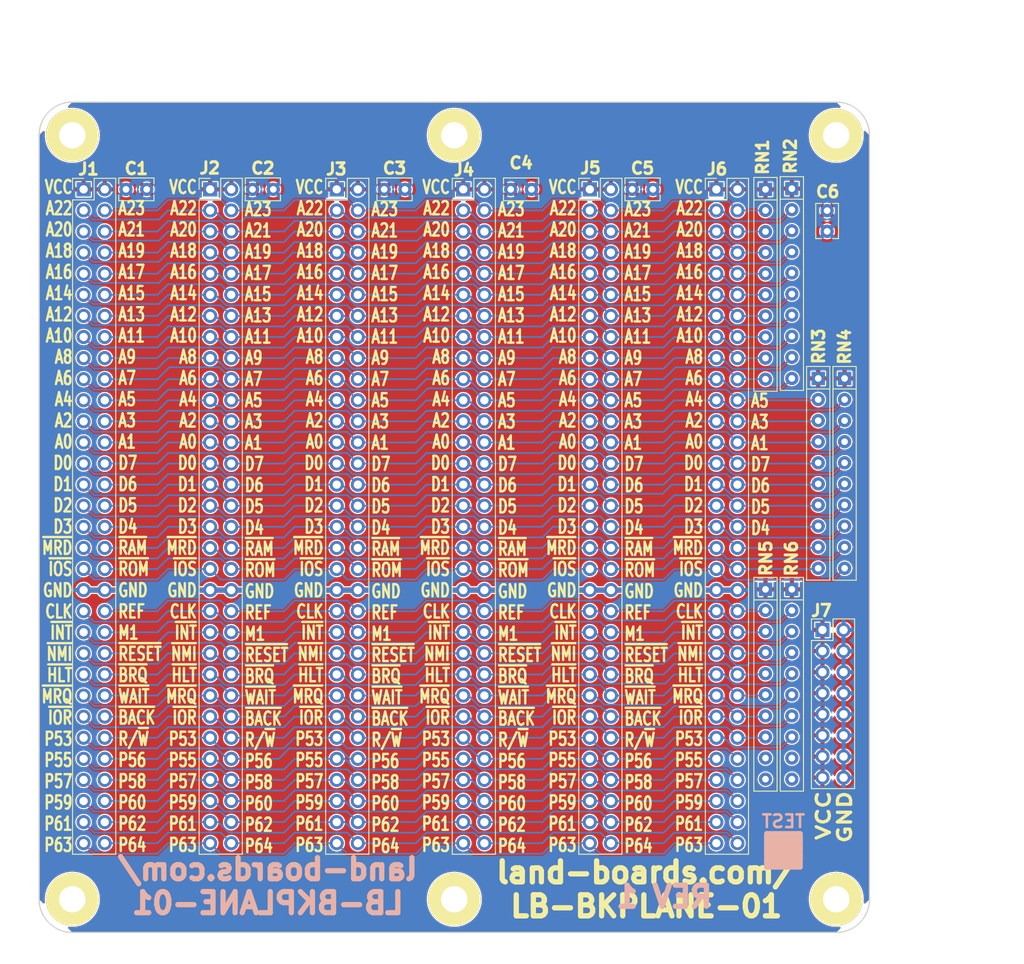
<source format=kicad_pcb>
(kicad_pcb (version 20221018) (generator pcbnew)
  (title_block (title "LB-BKPLANE-01") (date "2022-09-16") (rev "1") (company "land-boards.com"))
  (layers (0 "F.Cu" signal) (31 "B.Cu" signal) (34 "B.Paste" user) (35 "F.Paste" user) (36 "B.SilkS" user "B.Silkscreen") (37 "F.SilkS" user "F.Silkscreen") (38 "B.Mask" user) (39 "F.Mask" user) (44 "Edge.Cuts" user))
  (net 0 "")
  (net 1 "GND")
  (net 2 "/CPUA11")
  (net 3 "/CPUA12")
  (net 4 "/CPUA13")
  (net 5 "/CPUA14")
  (net 6 "/CPUA15")
  (net 7 "/CPUD4")
  (net 8 "/CPUD3")
  (net 9 "/CPUD5")
  (net 10 "/CPUD6")
  (net 11 "/CPUA0")
  (net 12 "/CPUA1")
  (net 13 "/CPUD2")
  (net 14 "/CPUA2")
  (net 15 "/CPUD7")
  (net 16 "/CPUA3")
  (net 17 "/CPUD0")
  (net 18 "/CPUA4")
  (net 19 "/CPUD1")
  (net 20 "/CPUA5")
  (net 21 "/CPUA6")
  (net 22 "/CPUA7")
  (net 23 "/CPUA8")
  (net 24 "/CPUA9")
  (net 25 "/CPUA10")
  (net 26 "/CPUA18")
  (net 27 "/CPUA16")
  (net 28 "/CPUA17")
  (net 29 "/~{MEMRD}")
  (net 30 "/~{RAMCS}")
  (net 31 "/CPUCLK")
  (net 32 "/CPUA22")
  (net 33 "/CPUA23")
  (net 34 "/CPUA20")
  (net 35 "/CPUA21")
  (net 36 "/CPUA19")
  (net 37 "VCC")
  (net 38 "/~{ROMCS}")
  (net 39 "/~{IOCS}")
  (net 40 "/~{INT}")
  (net 41 "/~{NMI}")
  (net 42 "/~{HALT}")
  (net 43 "/~{MREQ}")
  (net 44 "/~{IORQ}")
  (net 45 "/~{CPURD}")
  (net 46 "/~{CPUWR}")
  (net 47 "/~{BUSACK}")
  (net 48 "/~{WAIT}")
  (net 49 "/~{BUSRQ}")
  (net 50 "/~{CPURST}")
  (net 51 "/P55")
  (net 52 "/P56")
  (net 53 "/P57")
  (net 54 "/P58")
  (net 55 "/P59")
  (net 56 "/P60")
  (net 57 "/P61")
  (net 58 "/P62")
  (net 59 "/P63")
  (net 60 "/P64")
  (net 61 "/RFSH")
  (net 62 "/M1")
  (footprint "Connector_PinHeader_2.54mm:PinHeader_2x32_P2.54mm_Vertical" (layer "F.Cu") (at 75.3618 70.5104)
    (fp_text reference "J1")
    (fp_text value "Conn_02x32_Odd_Even")
  )
  (footprint "LandBoards_MountHoles:MTG-4-40" (layer "F.Cu") (at 120 64)
    (fp_text reference "MTG5" hide)
    (fp_text value "MTG_HOLE" hide)
  )
  (footprint "Capacitor_THT:C_Rect_L4.0mm_W2.5mm_P2.50mm" (layer "F.Cu") (at 143.9218 70.5104 180)
    (fp_text reference "C5")
    (fp_text value "0.1uF")
  )
  (footprint "LandBoards_MountHoles:MTG-4-40" (layer "F.Cu") (at 74 64)
    (fp_text reference "MTG3" hide)
    (fp_text value "MTG_HOLE" hide)
  )
  (footprint "Resistor_THT:R_Array_SIP10" (layer "F.Cu") (at 163.8268 93.2804 -90)
    (fp_text reference "RN3")
    (fp_text value "4.7K")
  )
  (footprint "Connector_PinHeader_2.54mm:PinHeader_2x08_P2.54mm_Vertical" (layer "F.Cu") (at 164.338 123.571)
    (fp_text reference "J7")
    (fp_text value "Conn_02x08_Odd_Even")
  )
  (footprint "Connector_PinHeader_2.54mm:PinHeader_2x32_P2.54mm_Vertical" (layer "F.Cu") (at 105.8418 70.5104)
    (fp_text reference "J3")
    (fp_text value "Conn_02x32_Odd_Even")
  )
  (footprint "Resistor_THT:R_Array_SIP10" (layer "F.Cu") (at 160.6518 118.6804 -90)
    (fp_text reference "RN6")
    (fp_text value "4.7K")
  )
  (footprint "Connector_PinHeader_2.54mm:PinHeader_2x32_P2.54mm_Vertical" (layer "F.Cu") (at 121.0818 70.5104)
    (fp_text reference "J4")
    (fp_text value "Conn_02x32_Odd_Even")
  )
  (footprint "Capacitor_THT:C_Rect_L4.0mm_W2.5mm_P2.50mm" (layer "F.Cu") (at 114.0568 70.5104 180)
    (fp_text reference "C3")
    (fp_text value "0.1uF")
  )
  (footprint "Resistor_THT:R_Array_SIP10" (layer "F.Cu") (at 157.4768 70.5154 -90)
    (fp_text reference "RN1")
    (fp_text value "4.7K")
  )
  (footprint "Connector_PinHeader_2.54mm:PinHeader_2x32_P2.54mm_Vertical" (layer "F.Cu") (at 151.5618 70.5104)
    (fp_text reference "J6")
    (fp_text value "Conn_02x32_Odd_Even")
  )
  (footprint "LandBoards_Marking:TEST_BLK-REAR" (layer "F.Cu") (at 159.639 150.114)
    (fp_text reference "TEST")
    (fp_text value "COUPON" hide)
  )
  (footprint "Capacitor_THT:C_Rect_L4.0mm_W2.5mm_P2.50mm" (layer "F.Cu") (at 164.8968 75.5704 90)
    (fp_text reference "C6")
    (fp_text value "0.1uF")
  )
  (footprint "Connector_PinHeader_2.54mm:PinHeader_2x32_P2.54mm_Vertical" (layer "F.Cu") (at 136.3218 70.5104)
    (fp_text reference "J5")
    (fp_text value "Conn_02x32_Odd_Even")
  )
  (footprint "Resistor_THT:R_Array_SIP10" (layer "F.Cu") (at 167.0018 93.2804 -90)
    (fp_text reference "RN4")
    (fp_text value "4.7K")
  )
  (footprint "Capacitor_THT:C_Rect_L4.0mm_W2.5mm_P2.50mm" (layer "F.Cu") (at 98.2018 70.5104 180)
    (fp_text reference "C2")
    (fp_text value "0.1uF")
  )
  (footprint "Resistor_THT:R_Array_SIP10" (layer "F.Cu") (at 160.6518 70.4204 -90)
    (fp_text reference "RN2")
    (fp_text value "4.7K")
  )
  (footprint "Capacitor_THT:C_Rect_L4.0mm_W2.5mm_P2.50mm" (layer "F.Cu") (at 129.2968 70.5104 180)
    (fp_text reference "C4")
    (fp_text value "0.1uF")
  )
  (footprint "LandBoards_MountHoles:MTG-4-40" (layer "F.Cu") (at 120 156)
    (fp_text reference "MTG6" hide)
    (fp_text value "MTG_HOLE" hide)
  )
  (footprint "Resistor_THT:R_Array_SIP10" (layer "F.Cu") (at 157.4768 118.6804 -90)
    (fp_text reference "RN5")
    (fp_text value "4.7K")
  )
  (footprint "LandBoards_MountHoles:MTG-4-40" (layer "F.Cu") (at 166 64)
    (fp_text reference "MTG1" hide)
    (fp_text value "MTG_HOLE" hide)
  )
  (footprint "LandBoards_MountHoles:MTG-4-40" (layer "F.Cu") (at 166 156)
    (fp_text reference "MTG4" hide)
    (fp_text value "MTG_HOLE" hide)
  )
  (footprint "Connector_PinHeader_2.54mm:PinHeader_2x32_P2.54mm_Vertical" (layer "F.Cu") (at 90.6018 70.5104)
    (fp_text reference "J2")
    (fp_text value "Conn_02x32_Odd_Even")
  )
  (footprint "LandBoards_MountHoles:MTG-4-40" (layer "F.Cu") (at 74 156)
    (fp_text reference "MTG2" hide)
    (fp_text value "MTG_HOLE" hide)
  )
  (footprint "Capacitor_THT:C_Rect_L4.0mm_W2.5mm_P2.50mm" (layer "F.Cu") (at 80.4618 70.5104)
    (fp_text reference "C1")
    (fp_text value "0.1uF")
  )
  (gr_line (start 166 160) (end 74 160) (stroke (width 0.15)) (layer "Edge.Cuts"))
  (gr_arc (start 170 156) (mid 168.828427 158.828427) (end 166 160) (stroke (width 0.15)) (layer "Edge.Cuts"))
  (gr_line (start 74 60) (end 166 60) (stroke (width 0.15)) (layer "Edge.Cuts"))
  (gr_arc (start 70 64) (mid 71.171573 61.171573) (end 74 60) (stroke (width 0.15)) (layer "Edge.Cuts"))
  (gr_arc (start 74 160) (mid 71.171573 158.828427) (end 70 156) (stroke (width 0.15)) (layer "Edge.Cuts"))
  (gr_line (start 170 64) (end 170 156) (stroke (width 0.15)) (layer "Edge.Cuts"))
  (gr_arc (start 166 60) (mid 168.828427 61.171573) (end 170 64) (stroke (width 0.15)) (layer "Edge.Cuts"))
  (gr_line (start 70 156) (end 70 64) (stroke (width 0.15)) (layer "Edge.Cuts"))
  (gr_text "land-boards.com/\nLB-BKPLANE-01" (at 97.536 154.432) (layer "B.SilkS") (effects (font (size 2.54 2.54) (thickness 0.635)) (justify mirror)))
  (gr_text "REV 1" (at 145.288 155.702) (layer "B.SilkS") (effects (font (size 2.54 2.54) (thickness 0.635)) (justify mirror)))
  (gr_text "VCC\nA22\nA20\nA18\nA16\nA14\nA12\nA10\nA8\nA6\nA4\nA2\nA0\nD0\nD1\nD2\nD3\n~{MRD}\n~{IOS}\nGND\nCLK\n~{INT}\n~{NMI}\n~{HLT}\n~{MRQ}\n~{IOR}\nP53\nP55\nP57\nP59\nP61\nP63" (at 74.168 109.855) (layer "F.SilkS") (effects (font (size 1.5875 1.143) (thickness 0.28575)) (justify right)))
  (gr_text "A23\nA21\nA19\nA17\nA15\nA13\nA11\nA9\nA7\nA5\nA3\nA1\nD7\nD6\nD5\nD4\n~{RAM}\n~{ROM}\nGND\nREF\nM1\n~{RESET}\n~{BRQ}\n~{WAIT}\n~{BACK}\nR/~{W}\nP56\nP58\nP60\nP62\nP64" (at 79.375 111.125) (layer "F.SilkS") (effects (font (size 1.5875 1.143) (thickness 0.28575)) (justify left)))
  (gr_text "VCC\nA22\nA20\nA18\nA16\nA14\nA12\nA10\nA8\nA6\nA4\nA2\nA0\nD0\nD1\nD2\nD3\n~{MRD}\n~{IOS}\nGND\nCLK\n~{INT}\n~{NMI}\n~{HLT}\n~{MRQ}\n~{IOR}\nP53\nP55\nP57\nP59\nP61\nP63" (at 150.114 109.855) (layer "F.SilkS") (effects (font (size 1.5875 1.143) (thickness 0.28575)) (justify right)))
  (gr_text "A23\nA21\nA19\nA17\nA15\nA13\nA11\nA9\nA7\nA5\nA3\nA1\nD7\nD6\nD5\nD4\n~{RAM}\n~{ROM}\nGND\nREF\nM1\n~{RESET}\n~{BRQ}\n~{WAIT}\n~{BACK}\nR/~{W}\nP56\nP58\nP60\nP62\nP64" (at 109.855 111.252) (layer "F.SilkS") (effects (font (size 1.5875 1.143) (thickness 0.28575)) (justify left)))
  (gr_text "A5\nA3\nA1\nD7\nD6\nD5\nD4" (at 155.575 103.632) (layer "F.SilkS") (effects (font (size 1.5875 1.143) (thickness 0.28575)) (justify left)))
  (gr_text "VCC\nGND" (at 165.735 142.748 90) (layer "F.SilkS") (effects (font (size 1.5875 2.032) (thickness 0.396875)) (justify right)))
  (gr_text "VCC\nA22\nA20\nA18\nA16\nA14\nA12\nA10\nA8\nA6\nA4\nA2\nA0\nD0\nD1\nD2\nD3\n~{MRD}\n~{IOS}\nGND\nCLK\n~{INT}\n~{NMI}\n~{HLT}\n~{MRQ}\n~{IOR}\nP53\nP55\nP57\nP59\nP61\nP63" (at 89.154 109.855) (layer "F.SilkS") (effects (font (size 1.5875 1.143) (thickness 0.28575)) (justify right)))
  (gr_text "VCC\nA22\nA20\nA18\nA16\nA14\nA12\nA10\nA8\nA6\nA4\nA2\nA0\nD0\nD1\nD2\nD3\n~{MRD}\n~{IOS}\nGND\nCLK\n~{INT}\n~{NMI}\n~{HLT}\n~{MRQ}\n~{IOR}\nP53\nP55\nP57\nP59\nP61\nP63" (at 134.874 109.855) (layer "F.SilkS") (effects (font (size 1.5875 1.143) (thickness 0.28575)) (justify right)))
  (gr_text "A23\nA21\nA19\nA17\nA15\nA13\nA11\nA9\nA7\nA5\nA3\nA1\nD7\nD6\nD5\nD4\n~{RAM}\n~{ROM}\nGND\nREF\nM1\n~{RESET}\n~{BRQ}\n~{WAIT}\n~{BACK}\nR/~{W}\nP56\nP58\nP60\nP62\nP64" (at 94.615 111.252) (layer "F.SilkS") (effects (font (size 1.5875 1.143) (thickness 0.28575)) (justify left)))
  (gr_text "VCC\nA22\nA20\nA18\nA16\nA14\nA12\nA10\nA8\nA6\nA4\nA2\nA0\nD0\nD1\nD2\nD3\n~{MRD}\n~{IOS}\nGND\nCLK\n~{INT}\n~{NMI}\n~{HLT}\n~{MRQ}\n~{IOR}\nP53\nP55\nP57\nP59\nP61\nP63" (at 104.394 109.855) (layer "F.SilkS") (effects (font (size 1.5875 1.143) (thickness 0.28575)) (justify right)))
  (gr_text "VCC\nA22\nA20\nA18\nA16\nA14\nA12\nA10\nA8\nA6\nA4\nA2\nA0\nD0\nD1\nD2\nD3\n~{MRD}\n~{IOS}\nGND\nCLK\n~{INT}\n~{NMI}\n~{HLT}\n~{MRQ}\n~{IOR}\nP53\nP55\nP57\nP59\nP61\nP63" (at 119.634 109.855) (layer "F.SilkS") (effects (font (size 1.5875 1.143) (thickness 0.28575)) (justify right)))
  (gr_text "land-boards.com/\nLB-BKPLANE-01" (at 143.129 154.813) (layer "F.SilkS") (effects (font (size 2.54 2.54) (thickness 0.635))))
  (gr_text "A23\nA21\nA19\nA17\nA15\nA13\nA11\nA9\nA7\nA5\nA3\nA1\nD7\nD6\nD5\nD4\n~{RAM}\n~{ROM}\nGND\nREF\nM1\n~{RESET}\n~{BRQ}\n~{WAIT}\n~{BACK}\nR/~{W}\nP56\nP58\nP60\nP62\nP64" (at 140.335 111.252) (layer "F.SilkS") (effects (font (size 1.5875 1.143) (thickness 0.28575)) (justify left)))
  (gr_text "A23\nA21\nA19\nA17\nA15\nA13\nA11\nA9\nA7\nA5\nA3\nA1\nD7\nD6\nD5\nD4\n~{RAM}\n~{ROM}\nGND\nREF\nM1\n~{RESET}\n~{BRQ}\n~{WAIT}\n~{BACK}\nR/~{W}\nP56\nP58\nP60\nP62\nP64" (at 125.095 111.252) (layer "F.SilkS") (effects (font (size 1.5875 1.143) (thickness 0.28575)) (justify left)))
  (segment (start 105.8418 118.7704) (end 108.3818 118.7704) (width 0.635) (layer "F.Cu") (net 1))
  (segment (start 136.3218 118.7704) (end 138.8618 118.7704) (width 0.635) (layer "F.Cu") (net 1))
  (segment (start 75.3618 118.7704) (end 77.9018 118.7704) (width 0.635) (layer "F.Cu") (net 1))
  (segment (start 77.9018 118.7704) (end 90.6018 118.7704) (width 0.635) (layer "F.Cu") (net 1))
  (segment (start 151.5618 118.7704) (end 154.1018 118.7704) (width 0.635) (layer "F.Cu") (net 1))
  (segment (start 138.8618 118.7704) (end 151.5618 118.7704) (width 0.635) (layer "F.Cu") (net 1))
  (segment (start 90.6018 118.7704) (end 93.1418 118.7704) (width 0.635) (layer "F.Cu") (net 1))
  (segment (start 123.6218 118.7704) (end 136.3218 118.7704) (width 0.635) (layer "F.Cu") (net 1))
  (segment (start 108.3818 118.7704) (end 121.0818 118.7704) (width 0.635) (layer "F.Cu") (net 1))
  (segment (start 93.1418 118.7704) (end 105.8418 118.7704) (width 0.635) (layer "F.Cu") (net 1))
  (segment (start 121.0818 118.7704) (end 123.6218 118.7704) (width 0.635) (layer "F.Cu") (net 1))
  (segment (start 122.3518 87.0204) (end 123.6218 88.2904) (width 0.2032) (layer "B.Cu") (net 2))
  (segment (start 91.8718 87.0204) (end 93.1418 88.2904) (width 0.2032) (layer "B.Cu") (net 2))
  (segment (start 154.1018 88.2904) (end 157.4718 88.2904) (width 0.2032) (layer "B.Cu") (net 2))
  (segment (start 131.8768 87.0204) (end 137.5918 87.0204) (width 0.2032) (layer "B.Cu") (net 2))
  (segment (start 146.4818 87.0204) (end 152.8318 87.0204) (width 0.2032) (layer "B.Cu") (net 2))
  (segment (start 107.1118 87.0204) (end 108.3818 88.2904) (width 0.2032) (layer "B.Cu") (net 2))
  (segment (start 123.6218 88.2904) (end 130.6068 88.2904) (width 0.2032) (layer "B.Cu") (net 2))
  (segment (start 77.9018 88.2904) (end 84.2518 88.2904) (width 0.2032) (layer "B.Cu") (net 2))
  (segment (start 85.5218 87.0204) (end 91.8718 87.0204) (width 0.2032) (layer "B.Cu") (net 2))
  (segment (start 152.8318 87.0204) (end 154.1018 88.2904) (width 0.2032) (layer "B.Cu") (net 2))
  (segment (start 145.2118 88.2904) (end 146.4818 87.0204) (width 0.2032) (layer "B.Cu") (net 2))
  (segment (start 99.4918 88.2904) (end 100.7618 87.0204) (width 0.2032) (layer "B.Cu") (net 2))
  (segment (start 138.8618 88.2904) (end 145.2118 88.2904) (width 0.2032) (layer "B.Cu") (net 2))
  (segment (start 116.6368 87.0204) (end 122.3518 87.0204) (width 0.2032) (layer "B.Cu") (net 2))
  (segment (start 93.1418 88.2904) (end 99.4918 88.2904) (width 0.2032) (layer "B.Cu") (net 2))
  (segment (start 115.3668 88.2904) (end 116.6368 87.0204) (width 0.2032) (layer "B.Cu") (net 2))
  (segment (start 137.5918 87.0204) (end 138.8618 88.2904) (width 0.2032) (layer "B.Cu") (net 2))
  (segment (start 100.7618 87.0204) (end 107.1118 87.0204) (width 0.2032) (layer "B.Cu") (net 2))
  (segment (start 108.3818 88.2904) (end 115.3668 88.2904) (width 0.2032) (layer "B.Cu") (net 2))
  (segment (start 84.2518 88.2904) (end 85.5218 87.0204) (width 0.2032) (layer "B.Cu") (net 2))
  (segment (start 130.6068 88.2904) (end 131.8768 87.0204) (width 0.2032) (layer "B.Cu") (net 2))
  (segment (start 108.091199 87.0204) (end 106.821199 85.7504) (width 0.2032) (layer "B.Cu") (net 3))
  (segment (start 152.2378 85.7504) (end 153.341311 86.853911) (width 0.2032) (layer "B.Cu") (net 3))
  (segment (start 90.6018 85.7504) (end 85.5218 85.7504) (width 0.2032) (layer "B.Cu") (net 3))
  (segment (start 116.6368 85.7504) (end 115.3668 87.0204) (width 0.2032) (layer "B.Cu") (net 3))
  (segment (start 105.8418 85.7504) (end 100.7618 85.7504) (width 0.2032) (layer "B.Cu") (net 3))
  (segment (start 153.341311 86.853911) (end 159.458289 86.853911) (width 0.2032) (layer "B.Cu") (net 3))
  (segment (start 131.8768 85.7504) (end 136.3218 85.7504) (width 0.2032) (layer "B.Cu") (net 3))
  (segment (start 76.465311 86.853911) (end 75.3618 85.7504) (width 0.2032) (layer "B.Cu") (net 3))
  (segment (start 115.3668 87.0204) (end 108.091199 87.0204) (width 0.2032) (layer "B.Cu") (net 3))
  (segment (start 121.0818 85.7504) (end 116.6368 85.7504) (width 0.2032) (layer "B.Cu") (net 3))
  (segment (start 137.301199 85.7504) (end 138.571199 87.0204) (width 0.2032) (layer "B.Cu") (net 3))
  (segment (start 146.4818 85.7504) (end 151.5618 85.7504) (width 0.2032) (layer "B.Cu") (net 3))
  (segment (start 130.6068 87.0204) (end 131.8768 85.7504) (width 0.2032) (layer "B.Cu") (net 3))
  (segment (start 159.458289 86.853911) (end 160.6518 85.6604) (width 0.2032) (layer "B.Cu") (net 3))
  (segment (start 99.4918 87.0204) (end 92.5068 87.0204) (width 0.2032) (layer "B.Cu") (net 3))
  (segment (start 91.2368 85.7504) (end 92.5068 87.0204) (width 0.2032) (layer "B.Cu") (net 3))
  (segment (start 122.9868 87.0204) (end 130.6068 87.0204) (width 0.2032) (layer "B.Cu") (net 3))
  (segment (start 136.3218 85.7504) (end 137.301199 85.7504) (width 0.2032) (layer "B.Cu") (net 3))
  (segment (start 106.821199 85.7504) (end 105.8418 85.7504) (width 0.2032) (layer "B.Cu") (net 3))
  (segment (start 100.7618 85.7504) (end 99.4918 87.0204) (width 0.2032) (layer "B.Cu") (net 3))
  (segment (start 145.2118 87.0204) (end 146.4818 85.7504) (width 0.2032) (layer "B.Cu") (net 3))
  (segment (start 85.5218 85.7504) (end 84.418289 86.853911) (width 0.2032) (layer "B.Cu") (net 3))
  (segment (start 138.571199 87.0204) (end 145.2118 87.0204) (width 0.2032) (layer "B.Cu") (net 3))
  (segment (start 84.418289 86.853911) (end 76.465311 86.853911) (width 0.2032) (layer "B.Cu") (net 3))
  (segment (start 121.7168 85.7504) (end 122.9868 87.0204) (width 0.2032) (layer "B.Cu") (net 3))
  (segment (start 138.8618 85.7504) (end 145.2118 85.7504) (width 0.2032) (layer "B.Cu") (net 4))
  (segment (start 85.5218 84.4804) (end 91.8718 84.4804) (width 0.2032) (layer "B.Cu") (net 4))
  (segment (start 100.7618 84.4804) (end 107.1118 84.4804) (width 0.2032) (layer "B.Cu") (net 4))
  (segment (start 131.8768 84.4804) (end 137.5918 84.4804) (width 0.2032) (layer "B.Cu") (net 4))
  (segment (start 91.8718 84.4804) (end 93.1418 85.7504) (width 0.2032) (layer "B.Cu") (net 4))
  (segment (start 99.4918 85.7504) (end 100.7618 84.4804) (width 0.2032) (layer "B.Cu") (net 4))
  (segment (start 152.8318 84.4804) (end 154.1018 85.7504) (width 0.2032) (layer "B.Cu") (net 4))
  (segment (start 108.3818 85.7504) (end 115.3668 85.7504) (width 0.2032) (layer "B.Cu") (net 4))
  (segment (start 107.1118 84.4804) (end 108.3818 85.7504) (width 0.2032) (layer "B.Cu") (net 4))
  (segment (start 84.2518 85.7504) (end 85.5218 84.4804) (width 0.2032) (layer "B.Cu") (net 4))
  (segment (start 93.1418 85.7504) (end 99.4918 85.7504) (width 0.2032) (layer "B.Cu") (net 4))
  (segment (start 146.4818 84.4804) (end 152.8318 84.4804) (width 0.2032) (layer "B.Cu") (net 4))
  (segment (start 145.2118 85.7504) (end 146.4818 84.4804) (width 0.2032) (layer "B.Cu") (net 4))
  (segment (start 137.5918 84.4804) (end 138.8618 85.7504) (width 0.2032) (layer "B.Cu") (net 4))
  (segment (start 154.1018 85.7504) (end 157.4718 85.7504) (width 0.2032) (layer "B.Cu") (net 4))
  (segment (start 116.6368 84.4804) (end 122.3518 84.4804) (width 0.2032) (layer "B.Cu") (net 4))
  (segment (start 122.3518 84.4804) (end 123.6218 85.7504) (width 0.2032) (layer "B.Cu") (net 4))
  (segment (start 130.6068 85.7504) (end 131.8768 84.4804) (width 0.2032) (layer "B.Cu") (net 4))
  (segment (start 123.6218 85.7504) (end 130.6068 85.7504) (width 0.2032) (layer "B.Cu") (net 4))
  (segment (start 77.9018 85.7504) (end 84.2518 85.7504) (width 0.2032) (layer "B.Cu") (net 4))
  (segment (start 115.3668 85.7504) (end 116.6368 84.4804) (width 0.2032) (layer "B.Cu") (net 4))
  (segment (start 115.3668 84.4804) (end 108.091199 84.4804) (width 0.2032) (layer "B.Cu") (net 5))
  (segment (start 106.821199 83.2104) (end 105.8418 83.2104) (width 0.2032) (layer "B.Cu") (net 5))
  (segment (start 122.9868 84.4804) (end 121.7168 83.2104) (width 0.2032) (layer "B.Cu") (net 5))
  (segment (start 131.8768 83.2104) (end 130.6068 84.4804) (width 0.2032) (layer "B.Cu") (net 5))
  (segment (start 121.0818 83.2104) (end 116.6368 83.2104) (width 0.2032) (layer "B.Cu") (net 5))
  (segment (start 99.4918 84.4804) (end 92.5068 84.4804) (width 0.2032) (layer "B.Cu") (net 5))
  (segment (start 76.465311 84.313911) (end 75.3618 83.2104) (width 0.2032) (layer "B.Cu") (net 5))
  (segment (start 136.3218 83.2104) (end 137.301199 83.2104) (width 0.2032) (layer "B.Cu") (net 5))
  (segment (start 130.6068 84.4804) (end 122.9868 84.4804) (width 0.2032) (layer "B.Cu") (net 5))
  (segment (start 84.418289 84.313911) (end 76.465311 84.313911) (width 0.2032) (layer "B.Cu") (net 5))
  (segment (start 138.571199 84.4804) (end 145.2118 84.4804) (width 0.2032) (layer "B.Cu") (net 5))
  (segment (start 90.6018 83.2104) (end 85.5218 83.2104) (width 0.2032) (layer "B.Cu") (net 5))
  (segment (start 152.2378 83.2104) (end 153.5398 84.5124) (width 0.2032) (layer "B.Cu") (net 5))
  (segment (start 85.5218 83.2104) (end 84.418289 84.313911) (width 0.2032) (layer "B.Cu") (net 5))
  (segment (start 137.301199 83.2104) (end 138.571199 84.4804) (width 0.2032) (layer "B.Cu") (net 5))
  (segment (start 153.5398 84.5124) (end 159.2598 84.5124) (width 0.2032) (layer "B.Cu") (net 5))
  (segment (start 105.8418 83.2104) (end 100.7618 83.2104) (width 0.2032) (layer "B.Cu") (net 5))
  (segment (start 100.7618 83.2104) (end 99.4918 84.4804) (width 0.2032) (layer "B.Cu") (net 5))
  (segment (start 145.2118 84.4804) (end 146.4818 83.2104) (width 0.2032) (layer "B.Cu") (net 5))
  (segment (start 108.091199 84.4804) (end 106.821199 83.2104) (width 0.2032) (layer "B.Cu") (net 5))
  (segment (start 116.6368 83.2104) (end 115.3668 84.4804) (width 0.2032) (layer "B.Cu") (net 5))
  (segment (start 136.3218 83.2104) (end 131.8768 83.2104) (width 0.2032) (layer "B.Cu") (net 5))
  (segment (start 146.4818 83.2104) (end 151.5618 83.2104) (width 0.2032) (layer "B.Cu") (net 5))
  (segment (start 92.5068 84.4804) (end 91.2368 83.2104) (width 0.2032) (layer "B.Cu") (net 5))
  (segment (start 159.2598 84.5124) (end 160.6518 83.1204) (width 0.2032) (layer "B.Cu") (net 5))
  (segment (start 131.8768 81.9404) (end 137.5918 81.9404) (width 0.2032) (layer "B.Cu") (net 6))
  (segment (start 93.1418 83.2104) (end 99.4918 83.2104) (width 0.2032) (layer "B.Cu") (net 6))
  (segment (start 85.5218 81.9404) (end 91.8718 81.9404) (width 0.2032) (layer "B.Cu") (net 6))
  (segment (start 154.1018 83.2104) (end 157.4718 83.2104) (width 0.2032) (layer "B.Cu") (net 6))
  (segment (start 138.8618 83.2104) (end 145.2118 83.2104) (width 0.2032) (layer "B.Cu") (net 6))
  (segment (start 146.4818 81.9404) (end 152.8318 81.9404) (width 0.2032) (layer "B.Cu") (net 6))
  (segment (start 123.6218 83.2104) (end 130.6068 83.2104) (width 0.2032) (layer "B.Cu") (net 6))
  (segment (start 84.2518 83.2104) (end 85.5218 81.9404) (width 0.2032) (layer "B.Cu") (net 6))
  (segment (start 77.9018 83.2104) (end 84.2518 83.2104) (width 0.2032) (layer "B.Cu") (net 6))
  (segment (start 107.1118 81.9404) (end 108.3818 83.2104) (width 0.2032) (layer "B.Cu") (net 6))
  (segment (start 130.6068 83.2104) (end 131.8768 81.9404) (width 0.2032) (layer "B.Cu") (net 6))
  (segment (start 145.2118 83.2104) (end 146.4818 81.9404) (width 0.2032) (layer "B.Cu") (net 6))
  (segment (start 108.3818 83.2104) (end 115.3668 83.2104) (width 0.2032) (layer "B.Cu") (net 6))
  (segment (start 152.8318 81.9404) (end 154.1018 83.2104) (width 0.2032) (layer "B.Cu") (net 6))
  (segment (start 116.6368 81.9404) (end 122.3518 81.9404) (width 0.2032) (layer "B.Cu") (net 6))
  (segment (start 122.3518 81.9404) (end 123.6218 83.2104) (width 0.2032) (layer "B.Cu") (net 6))
  (segment (start 99.4918 83.2104) (end 100.7618 81.9404) (width 0.2032) (layer "B.Cu") (net 6))
  (segment (start 137.5918 81.9404) (end 138.8618 83.2104) (width 0.2032) (layer "B.Cu") (net 6))
  (segment (start 91.8718 81.9404) (end 93.1418 83.2104) (width 0.2032) (layer "B.Cu") (net 6))
  (segment (start 115.3668 83.2104) (end 116.6368 81.9404) (width 0.2032) (layer "B.Cu") (net 6))
  (segment (start 100.7618 81.9404) (end 107.1118 81.9404) (width 0.2032) (layer "B.Cu") (net 6))
  (segment (start 154.1018 111.1504) (end 163.7368 111.1504) (width 0.2032) (layer "B.Cu") (net 7))
  (segment (start 131.8768 109.8804) (end 137.5918 109.8804) (width 0.2032) (layer "B.Cu") (net 7))
  (segment (start 99.4918 111.1504) (end 100.7618 109.8804) (width 0.2032) (layer "B.Cu") (net 7))
  (segment (start 84.2518 111.1504) (end 85.5218 109.8804) (width 0.2032) (layer "B.Cu") (net 7))
  (segment (start 145.2118 111.1504) (end 146.4818 109.8804) (width 0.2032) (layer "B.Cu") (net 7))
  (segment (start 116.6368 109.8804) (end 122.3518 109.8804) (width 0.2032) (layer "B.Cu") (net 7))
  (segment (start 138.8618 111.1504) (end 145.2118 111.1504) (width 0.2032) (layer "B.Cu") (net 7))
  (segment (start 85.5218 109.8804) (end 91.8718 109.8804) (width 0.2032) (layer "B.Cu") (net 7))
  (segment (start 108.3818 111.1504) (end 115.3668 111.1504) (width 0.2032) (layer "B.Cu") (net 7))
  (segment (start 91.8718 109.8804) (end 93.1418 111.1504) (width 0.2032) (layer "B.Cu") (net 7))
  (segment (start 100.7618 109.8804) (end 107.1118 109.8804) (width 0.2032) (layer "B.Cu") (net 7))
  (segment (start 146.4818 109.8804) (end 152.8318 109.8804) (width 0.2032) (layer "B.Cu") (net 7))
  (segment (start 107.1118 109.8804) (end 108.3818 111.1504) (width 0.2032) (layer "B.Cu") (net 7))
  (segment (start 130.6068 111.1504) (end 131.8768 109.8804) (width 0.2032) (layer "B.Cu") (net 7))
  (segment (start 93.1418 111.1504) (end 99.4918 111.1504) (width 0.2032) (layer "B.Cu") (net 7))
  (segment (start 115.3668 111.1504) (end 116.6368 109.8804) (width 0.2032) (layer "B.Cu") (net 7))
  (segment (start 77.9018 111.1504) (end 84.2518 111.1504) (width 0.2032) (layer "B.Cu") (net 7))
  (segment (start 122.3518 109.8804) (end 123.6218 111.1504) (width 0.2032) (layer "B.Cu") (net 7))
  (segment (start 152.8318 109.8804) (end 154.1018 111.1504) (width 0.2032) (layer "B.Cu") (net 7))
  (segment (start 137.5918 109.8804) (end 138.8618 111.1504) (width 0.2032) (layer "B.Cu") (net 7))
  (segment (start 123.6218 111.1504) (end 130.6068 111.1504) (width 0.2032) (layer "B.Cu") (net 7))
  (segment (start 76.6318 112.4204) (end 75.3618 111.1504) (width 0.2032) (layer "B.Cu") (net 8))
  (segment (start 85.5218 111.1504) (end 84.2518 112.4204) (width 0.2032) (layer "B.Cu") (net 8))
  (segment (start 146.4818 111.1504) (end 151.5618 111.1504) (width 0.2032) (layer "B.Cu") (net 8))
  (segment (start 130.6068 112.4204) (end 122.9868 112.4204) (width 0.2032) (layer "B.Cu") (net 8))
  (segment (start 136.3218 111.1504) (end 131.8768 111.1504) (width 0.2032) (layer "B.Cu") (net 8))
  (segment (start 137.301199 111.1504) (end 138.571199 112.4204) (width 0.2032) (layer "B.Cu") (net 8))
  (segment (start 122.9868 112.4204) (end 121.7168 111.1504) (width 0.2032) (layer "B.Cu") (net 8))
  (segment (start 84.2518 112.4204) (end 76.6318 112.4204) (width 0.2032) (layer "B.Cu") (net 8))
  (segment (start 152.2378 111.1504) (end 153.5398 112.4524) (width 0.2032) (layer "B.Cu") (net 8))
  (segment (start 107.7468 112.4204) (end 106.4768 111.1504) (width 0.2032) (layer "B.Cu") (net 8))
  (segment (start 92.374016 112.4204) (end 91.104016 111.1504) (width 0.2032) (layer "B.Cu") (net 8))
  (segment (start 90.6018 111.1504) (end 85.5218 111.1504) (width 0.2032) (layer "B.Cu") (net 8))
  (segment (start 115.3668 112.4204) (end 107.7468 112.4204) (width 0.2032) (layer "B.Cu") (net 8))
  (segment (start 165.6098 112.4524) (end 167.0018 111.0604) (width 0.2032) (layer "B.Cu") (net 8))
  (segment (start 105.8418 111.1504) (end 100.7618 111.1504) (width 0.2032) (layer "B.Cu") (net 8))
  (segment (start 100.7618 111.1504) (end 99.4918 112.4204) (width 0.2032) (layer "B.Cu") (net 8))
  (segment (start 136.3218 111.1504) (end 137.301199 111.1504) (width 0.2032) (layer "B.Cu") (net 8))
  (segment (start 131.8768 111.1504) (end 130.6068 112.4204) (width 0.2032) (layer "B.Cu") (net 8))
  (segment (start 153.5398 112.4524) (end 165.6098 112.4524) (width 0.2032) (layer "B.Cu") (net 8))
  (segment (start 121.0818 111.1504) (end 116.6368 111.1504) (width 0.2032) (layer "B.Cu") (net 8))
  (segment (start 116.6368 111.1504) (end 115.3668 112.4204) (width 0.2032) (layer "B.Cu") (net 8))
  (segment (start 99.4918 112.4204) (end 92.374016 112.4204) (width 0.2032) (layer "B.Cu") (net 8))
  (segment (start 138.571199 112.4204) (end 145.2118 112.4204) (width 0.2032) (layer "B.Cu") (net 8))
  (segment (start 145.2118 112.4204) (end 146.4818 111.1504) (width 0.2032) (layer "B.Cu") (net 8))
  (segment (start 145.2118 108.6104) (end 146.4818 107.3404) (width 0.2032) (layer "B.Cu") (net 9))
  (segment (start 115.3668 108.6104) (end 116.6368 107.3404) (width 0.2032) (layer "B.Cu") (net 9))
  (segment (start 85.5218 107.3404) (end 91.8718 107.3404) (width 0.2032) (layer "B.Cu") (net 9))
  (segment (start 108.3818 108.6104) (end 115.3668 108.6104) (width 0.2032) (layer "B.Cu") (net 9))
  (segment (start 152.8318 107.3404) (end 154.1018 108.6104) (width 0.2032) (layer "B.Cu") (net 9))
  (segment (start 91.8718 107.3404) (end 93.1418 108.6104) (width 0.2032) (layer "B.Cu") (net 9))
  (segment (start 130.6068 108.6104) (end 131.8768 107.3404) (width 0.2032) (layer "B.Cu") (net 9))
  (segment (start 138.8618 108.6104) (end 145.2118 108.6104) (width 0.2032) (layer "B.Cu") (net 9))
  (segment (start 100.7618 107.3404) (end 107.1118 107.3404) (width 0.2032) (layer "B.Cu") (net 9))
  (segment (start 146.4818 107.3404) (end 152.8318 107.3404) (width 0.2032) (layer "B.Cu") (net 9))
  (segment (start 131.8768 107.3404) (end 137.5918 107.3404) (width 0.2032) (layer "B.Cu") (net 9))
  (segment (start 116.6368 107.3404) (end 122.3518 107.3404) (width 0.2032) (layer "B.Cu") (net 9))
  (segment (start 107.1118 107.3404) (end 108.3818 108.6104) (width 0.2032) (layer "B.Cu") (net 9))
  (segment (start 84.2518 108.6104) (end 85.5218 107.3404) (width 0.2032) (layer "B.Cu") (net 9))
  (segment (start 154.1018 108.6104) (end 163.7368 108.6104) (width 0.2032) (layer "B.Cu") (net 9))
  (segment (start 77.9018 108.6104) (end 84.2518 108.6104) (width 0.2032) (layer "B.Cu") (net 9))
  (segment (start 137.5918 107.3404) (end 138.8618 108.6104) (width 0.2032) (layer "B.Cu") (net 9))
  (segment (start 122.3518 107.3404) (end 123.6218 108.6104) (width 0.2032) (layer "B.Cu") (net 9))
  (segment (start 93.1418 108.6104) (end 99.4918 108.6104) (width 0.2032) (layer "B.Cu") (net 9))
  (segment (start 123.6218 108.6104) (end 130.6068 108.6104) (width 0.2032) (layer "B.Cu") (net 9))
  (segment (start 99.4918 108.6104) (end 100.7618 107.3404) (width 0.2032) (layer "B.Cu") (net 9))
  (segment (start 154.1018 106.0704) (end 163.7368 106.0704) (width 0.2032) (layer "B.Cu") (net 10))
  (segment (start 116.6368 104.8004) (end 122.3518 104.8004) (width 0.2032) (layer "B.Cu") (net 10))
  (segment (start 84.2518 106.0704) (end 85.5218 104.8004) (width 0.2032) (layer "B.Cu") (net 10))
  (segment (start 108.3818 106.0704) (end 115.3668 106.0704) (width 0.2032) (layer "B.Cu") (net 10))
  (segment (start 77.9018 106.0704) (end 84.2518 106.0704) (width 0.2032) (layer "B.Cu") (net 10))
  (segment (start 145.2118 106.0704) (end 146.4818 104.8004) (width 0.2032) (layer "B.Cu") (net 10))
  (segment (start 137.5918 104.8004) (end 138.8618 106.0704) (width 0.2032) (layer "B.Cu") (net 10))
  (segment (start 85.5218 104.8004) (end 91.8718 104.8004) (width 0.2032) (layer "B.Cu") (net 10))
  (segment (start 122.3518 104.8004) (end 123.6218 106.0704) (width 0.2032) (layer "B.Cu") (net 10))
  (segment (start 107.1118 104.8004) (end 108.3818 106.0704) (width 0.2032) (layer "B.Cu") (net 10))
  (segment (start 93.1418 106.0704) (end 99.4918 106.0704) (width 0.2032) (layer "B.Cu") (net 10))
  (segment (start 99.4918 106.0704) (end 100.7618 104.8004) (width 0.2032) (layer "B.Cu") (net 10))
  (segment (start 152.8318 104.8004) (end 154.1018 106.0704) (width 0.2032) (layer "B.Cu") (net 10))
  (segment (start 123.6218 106.0704) (end 130.6068 106.0704) (width 0.2032) (layer "B.Cu") (net 10))
  (segment (start 138.8618 106.0704) (end 145.2118 106.0704) (width 0.2032) (layer "B.Cu") (net 10))
  (segment (start 115.3668 106.0704) (end 116.6368 104.8004) (width 0.2032) (layer "B.Cu") (net 10))
  (segment (start 130.6068 106.0704) (end 131.8768 104.8004) (width 0.2032) (layer "B.Cu") (net 10))
  (segment (start 91.8718 104.8004) (end 93.1418 106.0704) (width 0.2032) (layer "B.Cu") (net 10))
  (segment (start 146.4818 104.8004) (end 152.8318 104.8004) (width 0.2032) (layer "B.Cu") (net 10))
  (segment (start 131.8768 104.8004) (end 137.5918 104.8004) (width 0.2032) (layer "B.Cu") (net 10))
  (segment (start 100.7618 104.8004) (end 107.1118 104.8004) (width 0.2032) (layer "B.Cu") (net 10))
  (segment (start 115.3668 102.2604) (end 107.7468 102.2604) (width 0.2032) (layer "B.Cu") (net 11))
  (segment (start 136.3218 100.9904) (end 131.8768 100.9904) (width 0.2032) (layer "B.Cu") (net 11))
  (segment (start 84.2518 102.2604) (end 76.6318 102.2604) (width 0.2032) (layer "B.Cu") (net 11))
  (segment (start 122.9868 102.2604) (end 121.7168 100.9904) (width 0.2032) (layer "B.Cu") (net 11))
  (segment (start 137.301199 100.9904) (end 138.571199 102.2604) (width 0.2032) (layer "B.Cu") (net 11))
  (segment (start 145.2118 102.2604) (end 146.4818 100.9904) (width 0.2032) (layer "B.Cu") (net 11))
  (segment (start 165.6098 102.2924) (end 167.0018 100.9004) (width 0.2032) (layer "B.Cu") (net 11))
  (segment (start 92.5068 102.2604) (end 91.2368 100.9904) (width 0.2032) (layer "B.Cu") (net 11))
  (segment (start 136.3218 100.9904) (end 137.301199 100.9904) (width 0.2032) (layer "B.Cu") (net 11))
  (segment (start 138.571199 102.2604) (end 145.2118 102.2604) (width 0.2032) (layer "B.Cu") (net 11))
  (segment (start 105.8418 100.9904) (end 100.7618 100.9904) (width 0.2032) (layer "B.Cu") (net 11))
  (segment (start 152.2378 100.9904) (end 153.5398 102.2924) (width 0.2032) (layer "B.Cu") (net 11))
  (segment (start 90.6018 100.9904) (end 85.5218 100.9904) (width 0.2032) (layer "B.Cu") (net 11))
  (segment (start 85.5218 100.9904) (end 84.2518 102.2604) (width 0.2032) (layer "B.Cu") (net 11))
  (segment (start 146.4818 100.9904) (end 151.5618 100.9904) (width 0.2032) (layer "B.Cu") (net 11))
  (segment (start 131.8768 100.9904) (end 130.6068 102.2604) (width 0.2032) (layer "B.Cu") (net 11))
  (segment (start 121.0818 100.9904) (end 116.6368 100.9904) (width 0.2032) (layer "B.Cu") (net 11))
  (segment (start 100.7618 100.9904) (end 99.4918 102.2604) (width 0.2032) (layer "B.Cu") (net 11))
  (segment (start 130.6068 102.2604) (end 122.9868 102.2604) (width 0.2032) (layer "B.Cu") (net 11))
  (segment (start 99.4918 102.2604) (end 92.5068 102.2604) (width 0.2032) (layer "B.Cu") (net 11))
  (segment (start 153.5398 102.2924) (end 165.6098 102.2924) (width 0.2032) (layer "B.Cu") (net 11))
  (segment (start 76.6318 102.2604) (end 75.3618 100.9904) (width 0.2032) (layer "B.Cu") (net 11))
  (segment (start 107.7468 102.2604) (end 106.4768 100.9904) (width 0.2032) (layer "B.Cu") (net 11))
  (segment (start 116.6368 100.9904) (end 115.3668 102.2604) (width 0.2032) (layer "B.Cu") (net 11))
  (segment (start 154.1018 100.9904) (end 163.7368 100.9904) (width 0.2032) (layer "B.Cu") (net 12))
  (segment (start 77.9018 100.9904) (end 84.2518 100.9904) (width 0.2032) (layer "B.Cu") (net 12))
  (segment (start 99.4918 100.9904) (end 100.7618 99.7204) (width 0.2032) (layer "B.Cu") (net 12))
  (segment (start 84.2518 100.9904) (end 85.5218 99.7204) (width 0.2032) (layer "B.Cu") (net 12))
  (segment (start 100.7618 99.7204) (end 107.1118 99.7204) (width 0.2032) (layer "B.Cu") (net 12))
  (segment (start 145.2118 100.9904) (end 146.4818 99.7204) (width 0.2032) (layer "B.Cu") (net 12))
  (segment (start 131.8768 99.7204) (end 137.5918 99.7204) (width 0.2032) (layer "B.Cu") (net 12))
  (segment (start 152.8318 99.7204) (end 154.1018 100.9904) (width 0.2032) (layer "B.Cu") (net 12))
  (segment (start 123.6218 100.9904) (end 130.6068 100.9904) (width 0.2032) (layer "B.Cu") (net 12))
  (segment (start 146.4818 99.7204) (end 152.8318 99.7204) (width 0.2032) (layer "B.Cu") (net 12))
  (segment (start 130.6068 100.9904) (end 131.8768 99.7204) (width 0.2032) (layer "B.Cu") (net 12))
  (segment (start 93.1418 100.9904) (end 99.4918 100.9904) (width 0.2032) (layer "B.Cu") (net 12))
  (segment (start 91.8718 99.7204) (end 93.1418 100.9904) (width 0.2032) (layer "B.Cu") (net 12))
  (segment (start 108.3818 100.9904) (end 115.3668 100.9904) (width 0.2032) (layer "B.Cu") (net 12))
  (segment (start 115.3668 100.9904) (end 116.6368 99.7204) (width 0.2032) (layer "B.Cu") (net 12))
  (segment (start 137.5918 99.7204) (end 138.8618 100.9904) (width 0.2032) (layer "B.Cu") (net 12))
  (segment (start 107.1118 99.7204) (end 108.3818 100.9904) (width 0.2032) (layer "B.Cu") (net 12))
  (segment (start 122.3518 99.7204) (end 123.6218 100.9904) (width 0.2032) (layer "B.Cu") (net 12))
  (segment (start 85.5218 99.7204) (end 91.8718 99.7204) (width 0.2032) (layer "B.Cu") (net 12))
  (segment (start 116.6368 99.7204) (end 122.3518 99.7204) (width 0.2032) (layer "B.Cu") (net 12))
  (segment (start 138.8618 100.9904) (end 145.2118 100.9904) (width 0.2032) (layer "B.Cu") (net 12))
  (segment (start 107.614016 109.8804) (end 106.344016 108.6104) (width 0.2032) (layer "B.Cu") (net 13))
  (segment (start 131.8768 108.6104) (end 136.3218 108.6104) (width 0.2032) (layer "B.Cu") (net 13))
  (segment (start 152.2378 108.6104) (end 153.5398 109.9124) (width 0.2032) (layer "B.Cu") (net 13))
  (segment (start 92.5068 109.8804) (end 91.2368 108.6104) (width 0.2032) (layer "B.Cu") (net 13))
  (segment (start 105.8418 108.6104) (end 100.7618 108.6104) (width 0.2032) (layer "B.Cu") (net 13))
  (segment (start 85.5218 108.6104) (end 84.2518 109.8804) (width 0.2032) (layer "B.Cu") (net 13))
  (segment (start 145.2118 109.8804) (end 146.4818 108.6104) (width 0.2032) (layer "B.Cu") (net 13))
  (segment (start 130.6068 109.8804) (end 131.8768 108.6104) (width 0.2032) (layer "B.Cu") (net 13))
  (segment (start 122.9868 109.8804) (end 130.6068 109.8804) (width 0.2032) (layer "B.Cu") (net 13))
  (segment (start 136.3218 108.6104) (end 137.301199 108.6104) (width 0.2032) (layer "B.Cu") (net 13))
  (segment (start 153.5398 109.9124) (end 165.6098 109.9124) (width 0.2032) (layer "B.Cu") (net 13))
  (segment (start 165.6098 109.9124) (end 167.0018 108.5204) (width 0.2032) (layer "B.Cu") (net 13))
  (segment (start 121.0818 108.6104) (end 116.6368 108.6104) (width 0.2032) (layer "B.Cu") (net 13))
  (segment (start 115.3668 109.8804) (end 107.614016 109.8804) (width 0.2032) (layer "B.Cu") (net 13))
  (segment (start 84.2518 109.8804) (end 76.6318 109.8804) (width 0.2032) (layer "B.Cu") (net 13))
  (segment (start 137.301199 108.6104) (end 138.571199 109.8804) (width 0.2032) (layer "B.Cu") (net 13))
  (segment (start 138.571199 109.8804) (end 145.2118 109.8804) (width 0.2032) (layer "B.Cu") (net 13))
  (segment (start 121.7168 108.6104) (end 122.9868 109.8804) (width 0.2032) (layer "B.Cu") (net 13))
  (segment (start 99.4918 109.8804) (end 92.5068 109.8804) (width 0.2032) (layer "B.Cu") (net 13))
  (segment (start 76.6318 109.8804) (end 75.3618 108.6104) (width 0.2032) (layer "B.Cu") (net 13))
  (segment (start 100.7618 108.6104) (end 99.4918 109.8804) (width 0.2032) (layer "B.Cu") (net 13))
  (segment (start 116.6368 108.6104) (end 115.3668 109.8804) (width 0.2032) (layer "B.Cu") (net 13))
  (segment (start 146.4818 108.6104) (end 151.5618 108.6104) (width 0.2032) (layer "B.Cu") (net 13))
  (segment (start 90.6018 108.6104) (end 85.5218 108.6104) (width 0.2032) (layer "B.Cu") (net 13))
  (segment (start 131.8768 98.4504) (end 130.6068 99.7204) (width 0.2032) (layer "B.Cu") (net 14))
  (segment (start 146.4818 98.4504) (end 151.5618 98.4504) (width 0.2032) (layer "B.Cu") (net 14))
  (segment (start 107.7468 99.7204) (end 106.4768 98.4504) (width 0.2032) (layer "B.Cu") (net 14))
  (segment (start 92.5068 99.7204) (end 91.2368 98.4504) (width 0.2032) (layer "B.Cu") (net 14))
  (segment (start 90.6018 98.4504) (end 85.5218 98.4504) (width 0.2032) (layer "B.Cu") (net 14))
  (segment (start 100.7618 98.4504) (end 99.4918 99.7204) (width 0.2032) (layer "B.Cu") (net 14))
  (segment (start 145.2118 99.7204) (end 146.4818 98.4504) (width 0.2032) (layer "B.Cu") (net 14))
  (segment (start 130.6068 99.7204) (end 122.9868 99.7204) (width 0.2032) (layer "B.Cu") (net 14))
  (segment (start 116.6368 98.4504) (end 115.3668 99.7204) (width 0.2032) (layer "B.Cu") (net 14))
  (segment (start 137.301199 98.4504) (end 138.571199 99.7204) (width 0.2032) (layer "B.Cu") (net 14))
  (segment (start 84.2518 99.7204) (end 76.6318 99.7204) (width 0.2032) (layer "B.Cu") (net 14))
  (segment (start 136.3218 98.4504) (end 131.8768 98.4504) (width 0.2032) (layer "B.Cu") (net 14))
  (segment (start 152.2378 98.4504) (end 153.5398 99.7524) (width 0.2032) (layer "B.Cu") (net 14))
  (segment (start 138.571199 99.7204) (end 145.2118 99.7204) (width 0.2032) (layer "B.Cu") (net 14))
  (segment (start 76.6318 99.7204) (end 75.3618 98.4504) (width 0.2032) (layer "B.Cu") (net 14))
  (segment (start 136.3218 98.4504) (end 137.301199 98.4504) (width 0.2032) (layer "B.Cu") (net 14))
  (segment (start 121.0818 98.4504) (end 116.6368 98.4504) (width 0.2032) (layer "B.Cu") (net 14))
  (segment (start 165.6098 99.7524) (end 167.0018 98.3604) (width 0.2032) (layer "B.Cu") (net 14))
  (segment (start 99.4918 99.7204) (end 92.5068 99.7204) (width 0.2032) (layer "B.Cu") (net 14))
  (segment (start 105.8418 98.4504) (end 100.7618 98.4504) (width 0.2032) (layer "B.Cu") (net 14))
  (segment (start 153.5398 99.7524) (end 165.6098 99.7524) (width 0.2032) (layer "B.Cu") (net 14))
  (segment (start 85.5218 98.4504) (end 84.2518 99.7204) (width 0.2032) (layer "B.Cu") (net 14))
  (segment (start 122.9868 99.7204) (end 121.7168 98.4504) (width 0.2032) (layer "B.Cu") (net 14))
  (segment (start 115.3668 99.7204) (end 107.7468 99.7204) (width 0.2032) (layer "B.Cu") (net 14))
  (segment (start 93.1418 103.5304) (end 99.4918 103.5304) (width 0.2032) (layer "B.Cu") (net 15))
  (segment (start 154.1018 103.5304) (end 163.7368 103.5304) (width 0.2032) (layer "B.Cu") (net 15))
  (segment (start 152.8318 102.2604) (end 154.1018 103.5304) (width 0.2032) (layer "B.Cu") (net 15))
  (segment (start 138.8618 103.5304) (end 145.2118 103.5304) (width 0.2032) (layer "B.Cu") (net 15))
  (segment (start 116.6368 102.2604) (end 122.3518 102.2604) (width 0.2032) (layer "B.Cu") (net 15))
  (segment (start 108.3818 103.5304) (end 115.3668 103.5304) (width 0.2032) (layer "B.Cu") (net 15))
  (segment (start 77.9018 103.5304) (end 84.2518 103.5304) (width 0.2032) (layer "B.Cu") (net 15))
  (segment (start 130.6068 103.5304) (end 131.8768 102.2604) (width 0.2032) (layer "B.Cu") (net 15))
  (segment (start 99.4918 103.5304) (end 100.7618 102.2604) (width 0.2032) (layer "B.Cu") (net 15))
  (segment (start 145.2118 103.5304) (end 146.4818 102.2604) (width 0.2032) (layer "B.Cu") (net 15))
  (segment (start 107.1118 102.2604) (end 108.3818 103.5304) (width 0.2032) (layer "B.Cu") (net 15))
  (segment (start 137.5918 102.2604) (end 138.8618 103.5304) (width 0.2032) (layer "B.Cu") (net 15))
  (segment (start 115.3668 103.5304) (end 116.6368 102.2604) (width 0.2032) (layer "B.Cu") (net 15))
  (segment (start 84.2518 103.5304) (end 85.5218 102.2604) (width 0.2032) (layer "B.Cu") (net 15))
  (segment (start 122.3518 102.2604) (end 123.6218 103.5304) (width 0.2032) (layer "B.Cu") (net 15))
  (segment (start 146.4818 102.2604) (end 152.8318 102.2604) (width 0.2032) (layer "B.Cu") (net 15))
  (segment (start 123.6218 103.5304) (end 130.6068 103.5304) (width 0.2032) (layer "B.Cu") (net 15))
  (segment (start 91.8718 102.2604) (end 93.1418 103.5304) (width 0.2032) (layer "B.Cu") (net 15))
  (segment (start 131.8768 102.2604) (end 137.5918 102.2604) (width 0.2032) (layer "B.Cu") (net 15))
  (segment (start 100.7618 102.2604) (end 107.1118 102.2604) (width 0.2032) (layer "B.Cu") (net 15))
  (segment (start 85.5218 102.2604) (end 91.8718 102.2604) (width 0.2032) (layer "B.Cu") (net 15))
  (segment (start 77.9018 98.4504) (end 84.2518 98.4504) (width 0.2032) (layer "B.Cu") (net 16))
  (segment (start 137.5918 97.1804) (end 138.8618 98.4504) (width 0.2032) (layer "B.Cu") (net 16))
  (segment (start 99.4918 98.4504) (end 100.7618 97.1804) (width 0.2032) (layer "B.Cu") (net 16))
  (segment (start 154.1018 98.4504) (end 163.7368 98.4504) (width 0.2032) (layer "B.Cu") (net 16))
  (segment (start 146.4818 97.1804) (end 152.8318 97.1804) (width 0.2032) (layer "B.Cu") (net 16))
  (segment (start 152.8318 97.1804) (end 154.1018 98.4504) (width 0.2032) (layer "B.Cu") (net 16))
  (segment (start 100.7618 97.1804) (end 107.1118 97.1804) (width 0.2032) (layer "B.Cu") (net 16))
  (segment (start 93.1418 98.4504) (end 99.4918 98.4504) (width 0.2032) (layer "B.Cu") (net 16))
  (segment (start 85.5218 97.1804) (end 91.8718 97.1804) (width 0.2032) (layer "B.Cu") (net 16))
  (segment (start 122.3518 97.1804) (end 123.6218 98.4504) (width 0.2032) (layer "B.Cu") (net 16))
  (segment (start 123.6218 98.4504) (end 130.6068 98.4504) (width 0.2032) (layer "B.Cu") (net 16))
  (segment (start 108.3818 98.4504) (end 115.3668 98.4504) (width 0.2032) (layer "B.Cu") (net 16))
  (segment (start 107.1118 97.1804) (end 108.3818 98.4504) (width 0.2032) (layer "B.Cu") (net 16))
  (segment (start 84.2518 98.4504) (end 85.5218 97.1804) (width 0.2032) (layer "B.Cu") (net 16))
  (segment (start 131.8768 97.1804) (end 137.5918 97.1804) (width 0.2032) (layer "B.Cu") (net 16))
  (segment (start 130.6068 98.4504) (end 131.8768 97.1804) (width 0.2032) (layer "B.Cu") (net 16))
  (segment (start 116.6368 97.1804) (end 122.3518 97.1804) (width 0.2032) (layer "B.Cu") (net 16))
  (segment (start 145.2118 98.4504) (end 146.4818 97.1804) (width 0.2032) (layer "B.Cu") (net 16))
  (segment (start 115.3668 98.4504) (end 116.6368 97.1804) (width 0.2032) (layer "B.Cu") (net 16))
  (segment (start 138.8618 98.4504) (end 145.2118 98.4504) (width 0.2032) (layer "B.Cu") (net 16))
  (segment (start 91.8718 97.1804) (end 93.1418 98.4504) (width 0.2032) (layer "B.Cu") (net 16))
  (segment (start 92.5068 104.8004) (end 99.4918 104.8004) (width 0.2032) (layer "B.Cu") (net 17))
  (segment (start 122.9868 104.8004) (end 121.7168 103.5304) (width 0.2032) (layer "B.Cu") (net 17))
  (segment (start 116.6368 103.5304) (end 115.3668 104.8004) (width 0.2032) (layer "B.Cu") (net 17))
  (segment (start 99.4918 104.8004) (end 100.7618 103.5304) (width 0.2032) (layer "B.Cu") (net 17))
  (segment (start 137.301199 103.5304) (end 138.571199 104.8004) (width 0.2032) (layer "B.Cu") (net 17))
  (segment (start 76.6318 104.8004) (end 75.3618 103.5304) (width 0.2032) (layer "B.Cu") (net 17))
  (segment (start 152.2378 103.5304) (end 153.5398 104.8324) (width 0.2032) (layer "B.Cu") (net 17))
  (segment (start 145.2118 104.8004) (end 146.4818 103.5304) (width 0.2032) (layer "B.Cu") (net 17))
  (segment (start 91.2368 103.5304) (end 92.5068 104.8004) (width 0.2032) (layer "B.Cu") (net 17))
  (segment (start 90.6018 103.5304) (end 85.5218 103.5304) (width 0.2032) (layer "B.Cu") (net 17))
  (segment (start 100.7618 103.5304) (end 105.8418 103.5304) (width 0.2032) (layer "B.Cu") (net 17))
  (segment (start 107.7468 104.8004) (end 106.4768 103.5304) (width 0.2032) (layer "B.Cu") (net 17))
  (segment (start 115.3668 104.8004) (end 107.7468 104.8004) (width 0.2032) (layer "B.Cu") (net 17))
  (segment (start 85.5218 103.5304) (end 84.2518 104.8004) (width 0.2032) (layer "B.Cu") (net 17))
  (segment (start 146.4818 103.5304) (end 151.5618 103.5304) (width 0.2032) (layer "B.Cu") (net 17))
  (segment (start 84.2518 104.8004) (end 76.6318 104.8004) (width 0.2032) (layer "B.Cu") (net 17))
  (segment (start 136.3218 103.5304) (end 131.8768 103.5304) (width 0.2032) (layer "B.Cu") (net 17))
  (segment (start 165.6098 104.8324) (end 167.0018 103.4404) (width 0.2032) (layer "B.Cu") (net 17))
  (segment (start 130.6068 104.8004) (end 122.9868 104.8004) (width 0.2032) (layer "B.Cu") (net 17))
  (segment (start 131.8768 103.5304) (end 130.6068 104.8004) (width 0.2032) (layer "B.Cu") (net 17))
  (segment (start 121.0818 103.5304) (end 116.6368 103.5304) (width 0.2032) (layer "B.Cu") (net 17))
  (segment (start 153.5398 104.8324) (end 165.6098 104.8324) (width 0.2032) (layer "B.Cu") (net 17))
  (segment (start 136.3218 103.5304) (end 137.301199 103.5304) (width 0.2032) (layer "B.Cu") (net 17))
  (segment (start 138.571199 104.8004) (end 145.2118 104.8004) (width 0.2032) (layer "B.Cu") (net 17))
  (segment (start 92.5068 97.1804) (end 91.8718 96.5454) (width 0.2032) (layer "B.Cu") (net 18))
  (segment (start 90.6018 95.9104) (end 85.5218 95.9104) (width 0.2032) (layer "B.Cu") (net 18))
  (segment (start 84.2518 97.1804) (end 76.6318 97.1804) (width 0.2032) (layer "B.Cu") (net 18))
  (segment (start 90.6018 95.9104) (end 91.2368 96.5454) (width 0.2032) (layer "B.Cu") (net 18))
  (segment (start 136.3218 95.9104) (end 137.301199 95.9104) (width 0.2032) (layer "B.Cu") (net 18))
  (segment (start 116.6368 95.9104) (end 115.3668 97.1804) (width 0.2032) (layer "B.Cu") (net 18))
  (segment (start 99.4918 97.1804) (end 92.5068 97.1804) (width 0.2032) (layer "B.Cu") (net 18))
  (segment (start 146.4818 95.9104) (end 151.5618 95.9104) (width 0.2032) (layer "B.Cu") (net 18))
  (segment (start 105.8418 95.9104) (end 100.7618 95.9104) (width 0.2032) (layer "B.Cu") (net 18))
  (segment (start 115.3668 97.1804) (end 107.7468 97.1804) (width 0.2032) (layer "B.Cu") (net 18))
  (segment (start 121.7168 95.9104) (end 122.9868 97.1804) (width 0.2032) (layer "B.Cu") (net 18))
  (segment (start 145.2118 97.1804) (end 146.4818 95.9104) (width 0.2032) (layer "B.Cu") (net 18))
  (segment (start 91.2368 96.5454) (end 91.8718 96.5454) (width 0.2032) (layer "B.Cu") (net 18))
  (segment (start 76.6318 97.1804) (end 75.3618 95.9104) (width 0.2032) (layer "B.Cu") (net 18))
  (segment (start 165.7368 97.0854) (end 167.0018 95.8204) (width 0.2032) (layer "B.Cu") (net 18))
  (segment (start 85.5218 95.9104) (end 84.2518 97.1804) (width 0.2032) (layer "B.Cu") (net 18))
  (segment (start 121.0818 95.9104) (end 116.6368 95.9104) (width 0.2032) (layer "B.Cu") (net 18))
  (segment (start 138.571199 97.1804) (end 145.2118 97.1804) (width 0.2032) (layer "B.Cu") (net 18))
  (segment (start 106.4768 95.9104) (end 107.7468 97.1804) (width 0.2032) (layer "B.Cu") (net 18))
  (segment (start 122.9868 97.1804) (end 130.6068 97.1804) (width 0.2032) (layer "B.Cu") (net 18))
  (segment (start 152.2378 95.9104) (end 153.4128 97.0854) (width 0.2032) (layer "B.Cu") (net 18))
  (segment (start 100.7618 95.9104) (end 99.4918 97.1804) (width 0.2032) (layer "B.Cu") (net 18))
  (segment (start 130.6068 97.1804) (end 131.8768 95.9104) (width 0.2032) (layer "B.Cu") (net 18))
  (segment (start 131.8768 95.9104) (end 136.3218 95.9104) (width 0.2032) (layer "B.Cu") (net 18))
  (segment (start 153.4128 97.0854) (end 165.7368 97.0854) (width 0.2032) (layer "B.Cu") (net 18))
  (segment (start 137.301199 95.9104) (end 138.571199 97.1804) (width 0.2032) (layer "B.Cu") (net 18))
  (segment (start 84.2518 107.3404) (end 76.6318 107.3404) (width 0.2032) (layer "B.Cu") (net 19))
  (segment (start 130.6068 107.3404) (end 122.9868 107.3404) (width 0.2032) (layer "B.Cu") (net 19))
  (segment (start 152.1108 106.0704) (end 153.4128 107.3724) (width 0.2032) (layer "B.Cu") (net 19))
  (segment (start 100.7618 106.0704) (end 99.4918 107.3404) (width 0.2032) (layer "B.Cu") (net 19))
  (segment (start 121.0818 106.0704) (end 116.6368 106.0704) (width 0.2032) (layer "B.Cu") (net 19))
  (segment (start 116.6368 106.0704) (end 115.3668 107.3404) (width 0.2032) (layer "B.Cu") (net 19))
  (segment (start 131.8768 106.0704) (end 130.6068 107.3404) (width 0.2032) (layer "B.Cu") (net 19))
  (segment (start 146.179778 106.0704) (end 151.5618 106.0704) (width 0.2032) (layer "B.Cu") (net 19))
  (segment (start 85.5218 106.0704) (end 84.2518 107.3404) (width 0.2032) (layer "B.Cu") (net 19))
  (segment (start 107.7468 107.3404) (end 106.4768 106.0704) (width 0.2032) (layer "B.Cu") (net 19))
  (segment (start 99.4918 107.3404) (end 92.5068 107.3404) (width 0.2032) (layer "B.Cu") (net 19))
  (segment (start 105.8418 106.0704) (end 100.7618 106.0704) (width 0.2032) (layer "B.Cu") (net 19))
  (segment (start 76.6318 107.3404) (end 75.3618 106.0704) (width 0.2032) (layer "B.Cu") (net 19))
  (segment (start 90.6018 106.0704) (end 85.5218 106.0704) (width 0.2032) (layer "B.Cu") (net 19))
  (segment (start 145.076267 107.173911) (end 146.179778 106.0704) (width 0.2032) (layer "B.Cu") (net 19))
  (segment (start 153.4128 107.3724) (end 165.6098 107.3724) (width 0.2032) (layer "B.Cu") (net 19))
  (segment (start 136.9568 106.0704) (end 138.060311 107.173911) (width 0.2032) (layer "B.Cu") (net 19))
  (segment (start 122.9868 107.3404) (end 121.7168 106.0704) (width 0.2032) (layer "B.Cu") (net 19))
  (segment (start 92.5068 107.3404) (end 91.2368 106.0704) (width 0.2032) (layer "B.Cu") (net 19))
  (segment (start 115.3668 107.3404) (end 107.7468 107.3404) (width 0.2032) (layer "B.Cu") (net 19))
  (segment (start 138.060311 107.173911) (end 145.076267 107.173911) (width 0.2032) (layer "B.Cu") (net 19))
  (segment (start 136.3218 106.0704) (end 131.8768 106.0704) (width 0.2032) (layer "B.Cu") (net 19))
  (segment (start 165.6098 107.3724) (end 167.0018 105.9804) (width 0.2032) (layer "B.Cu") (net 19))
  (segment (start 100.7618 94.6404) (end 107.1118 94.6404) (width 0.2032) (layer "B.Cu") (net 20))
  (segment (start 77.9018 95.9104) (end 84.2518 95.9104) (width 0.2032) (layer "B.Cu") (net 20))
  (segment (start 145.2118 95.9104) (end 146.4818 94.6404) (width 0.2032) (layer "B.Cu") (net 20))
  (segment (start 130.6068 95.9104) (end 131.8768 94.6404) (width 0.2032) (layer "B.Cu") (net 20))
  (segment (start 138.8618 95.9104) (end 145.2118 95.9104) (width 0.2032) (layer "B.Cu") (net 20))
  (segment (start 154.1018 95.9104) (end 163.7368 95.9104) (width 0.2032) (layer "B.Cu") (net 20))
  (segment (start 99.4918 95.9104) (end 100.7618 94.6404) (width 0.2032) (layer "B.Cu") (net 20))
  (segment (start 131.8768 94.6404) (end 137.5918 94.6404) (width 0.2032) (layer "B.Cu") (net 20))
  (segment (start 91.8718 94.6404) (end 93.1418 95.9104) (width 0.2032) (layer "B.Cu") (net 20))
  (segment (start 115.3668 95.9104) (end 116.803289 94.473911) (width 0.2032) (layer "B.Cu") (net 20))
  (segment (start 116.803289 94.473911) (end 122.185311 94.473911) (width 0.2032) (layer "B.Cu") (net 20))
  (segment (start 146.4818 94.6404) (end 152.8318 94.6404) (width 0.2032) (layer "B.Cu") (net 20))
  (segment (start 85.5218 94.6404) (end 91.8718 94.6404) (width 0.2032) (layer "B.Cu") (net 20))
  (segment (start 123.6218 95.9104) (end 130.6068 95.9104) (width 0.2032) (layer "B.Cu") (net 20))
  (segment (start 152.8318 94.6404) (end 154.1018 95.9104) (width 0.2032) (layer "B.Cu") (net 20))
  (segment (start 84.2518 95.9104) (end 85.5218 94.6404) (width 0.2032) (layer "B.Cu") (net 20))
  (segment (start 93.1418 95.9104) (end 99.4918 95.9104) (width 0.2032) (layer "B.Cu") (net 20))
  (segment (start 122.185311 94.473911) (end 123.6218 95.9104) (width 0.2032) (layer "B.Cu") (net 20))
  (segment (start 137.5918 94.6404) (end 138.8618 95.9104) (width 0.2032) (layer "B.Cu") (net 20))
  (segment (start 107.1118 94.6404) (end 108.3818 95.9104) (width 0.2032) (layer "B.Cu") (net 20))
  (segment (start 108.3818 95.9104) (end 115.3668 95.9104) (width 0.2032) (layer "B.Cu") (net 20))
  (segment (start 121.0818 93.3704) (end 116.6368 93.3704) (width 0.2032) (layer "B.Cu") (net 21))
  (segment (start 153.4128 94.5454) (end 159.3868 94.5454) (width 0.2032) (layer "B.Cu") (net 21))
  (segment (start 137.301199 93.3704) (end 138.571199 94.6404) (width 0.2032) (layer "B.Cu") (net 21))
  (segment (start 115.3668 94.6404) (end 107.7468 94.6404) (width 0.2032) (layer "B.Cu") (net 21))
  (segment (start 85.5218 93.3704) (end 84.2518 94.6404) (width 0.2032) (layer "B.Cu") (net 21))
  (segment (start 107.7468 94.6404) (end 106.4768 93.3704) (width 0.2032) (layer "B.Cu") (net 21))
  (segment (start 159.3868 94.5454) (end 160.6518 93.2804) (width 0.2032) (layer "B.Cu") (net 21))
  (segment (start 92.5068 94.6404) (end 99.4918 94.6404) (width 0.2032) (layer "B.Cu") (net 21))
  (segment (start 136.3218 93.3704) (end 137.301199 93.3704) (width 0.2032) (layer "B.Cu") (net 21))
  (segment (start 121.7168 93.3704) (end 122.9868 94.6404) (width 0.2032) (layer "B.Cu") (net 21))
  (segment (start 131.8768 93.3704) (end 136.3218 93.3704) (width 0.2032) (layer "B.Cu") (net 21))
  (segment (start 138.571199 94.6404) (end 145.2118 94.6404) (width 0.2032) (layer "B.Cu") (net 21))
  (segment (start 116.6368 93.3704) (end 115.3668 94.6404) (width 0.2032) (layer "B.Cu") (net 21))
  (segment (start 130.6068 94.6404) (end 131.8768 93.3704) (width 0.2032) (layer "B.Cu") (net 21))
  (segment (start 122.9868 94.6404) (end 130.6068 94.6404) (width 0.2032) (layer "B.Cu") (net 21))
  (segment (start 152.2378 93.3704) (end 153.4128 94.5454) (width 0.2032) (layer "B.Cu") (net 21))
  (segment (start 145.2118 94.6404) (end 146.4818 93.3704) (width 0.2032) (layer "B.Cu") (net 21))
  (segment (start 84.2518 94.6404) (end 76.6318 94.6404) (width 0.2032) (layer "B.Cu") (net 21))
  (segment (start 91.2368 93.3704) (end 92.5068 94.6404) (width 0.2032) (layer "B.Cu") (net 21))
  (segment (start 90.6018 93.3704) (end 85.5218 93.3704) (width 0.2032) (layer "B.Cu") (net 21))
  (segment (start 146.4818 93.3704) (end 151.5618 93.3704) (width 0.2032) (layer "B.Cu") (net 21))
  (segment (start 76.6318 94.6404) (end 75.3618 93.3704) (width 0.2032) (layer "B.Cu") (net 21))
  (segment (start 100.7618 93.3704) (end 105.8418 93.3704) (width 0.2032) (layer "B.Cu") (net 21))
  (segment (start 99.4918 94.6404) (end 100.7618 93.3704) (width 0.2032) (layer "B.Cu") (net 21))
  (segment (start 123.6218 93.3704) (end 130.6068 93.3704) (width 0.2032) (layer "B.Cu") (net 22))
  (segment (start 100.7618 92.1004) (end 107.1118 92.1004) (width 0.2032) (layer "B.Cu") (net 22))
  (segment (start 138.8618 93.3704) (end 145.2118 93.3704) (width 0.2032) (layer "B.Cu") (net 22))
  (segment (start 107.1118 92.1004) (end 108.3818 93.3704) (width 0.2032) (layer "B.Cu") (net 22))
  (segment (start 91.705311 91.933911) (end 93.1418 93.3704) (width 0.2032) (layer "B.Cu") (net 22))
  (segment (start 77.9018 93.3704) (end 84.2518 93.3704) (width 0.2032) (layer "B.Cu") (net 22))
  (segment (start 122.3518 92.1004) (end 123.6218 93.3704) (width 0.2032) (layer "B.Cu") (net 22))
  (segment (start 154.1018 93.3704) (end 157.4718 93.3704) (width 0.2032) (layer "B.Cu") (net 22))
  (segment (start 145.2118 93.3704) (end 146.648289 91.933911) (width 0.2032) (layer "B.Cu") (net 22))
  (segment (start 130.6068 93.3704) (end 131.8768 92.1004) (width 0.2032) (layer "B.Cu") (net 22))
  (segment (start 137.5918 92.1004) (end 138.8618 93.3704) (width 0.2032) (layer "B.Cu") (net 22))
  (segment (start 93.1418 93.3704) (end 99.4918 93.3704) (width 0.2032) (layer "B.Cu") (net 22))
  (segment (start 84.2518 93.3704) (end 85.688289 91.933911) (width 0.2032) (layer "B.Cu") (net 22))
  (segment (start 131.8768 92.1004) (end 137.5918 92.1004) (width 0.2032) (layer "B.Cu") (net 22))
  (segment (start 116.6368 92.1004) (end 122.3518 92.1004) (width 0.2032) (layer "B.Cu") (net 22))
  (segment (start 152.665311 91.933911) (end 154.1018 93.3704) (width 0.2032) (layer "B.Cu") (net 22))
  (segment (start 146.648289 91.933911) (end 152.665311 91.933911) (width 0.2032) (layer "B.Cu") (net 22))
  (segment (start 108.3818 93.3704) (end 115.3668 93.3704) (width 0.2032) (layer "B.Cu") (net 22))
  (segment (start 99.4918 93.3704) (end 100.7618 92.1004) (width 0.2032) (layer "B.Cu") (net 22))
  (segment (start 85.688289 91.933911) (end 91.705311 91.933911) (width 0.2032) (layer "B.Cu") (net 22))
  (segment (start 115.3668 93.3704) (end 116.6368 92.1004) (width 0.2032) (layer "B.Cu") (net 22))
  (segment (start 116.6368 90.8304) (end 121.0818 90.8304) (width 0.2032) (layer "B.Cu") (net 23))
  (segment (start 146.4818 90.8304) (end 151.5618 90.8304) (width 0.2032) (layer "B.Cu") (net 23))
  (segment (start 106.4768 90.8304) (end 107.7468 92.1004) (width 0.2032) (layer "B.Cu") (net 23))
  (segment (start 115.3668 92.1004) (end 116.6368 90.8304) (width 0.2032) (layer "B.Cu") (net 23))
  (segment (start 152.2378 90.8304) (end 153.5398 92.1324) (width 0.2032) (layer "B.Cu") (net 23))
  (segment (start 76.6318 92.1004) (end 75.3618 90.8304) (width 0.2032) (layer "B.Cu") (net 23))
  (segment (start 99.4918 92.1004) (end 92.5068 92.1004) (width 0.2032) (layer "B.Cu") (net 23))
  (segment (start 90.6018 90.8304) (end 85.5218 90.8304) (width 0.2032) (layer "B.Cu") (net 23))
  (segment (start 107.7468 92.1004) (end 115.3668 92.1004) (width 0.2032) (layer "B.Cu") (net 23))
  (segment (start 131.8768 90.8304) (end 130.6068 92.1004) (width 0.2032) (layer "B.Cu") (net 23))
  (segment (start 105.8418 90.8304) (end 100.7618 90.8304) (width 0.2032) (layer "B.Cu") (net 23))
  (segment (start 145.2118 92.1004) (end 146.4818 90.8304) (width 0.2032) (layer "B.Cu") (net 23))
  (segment (start 130.6068 92.1004) (end 122.9868 92.1004) (width 0.2032) (layer "B.Cu") (net 23))
  (segment (start 136.3218 90.8304) (end 137.301199 90.8304) (width 0.2032) (layer "B.Cu") (net 23))
  (segment (start 121.7168 90.8304) (end 122.9868 92.1004) (width 0.2032) (layer "B.Cu") (net 23))
  (segment (start 100.7618 90.8304) (end 99.4918 92.1004) (width 0.2032) (layer "B.Cu") (net 23))
  (segment (start 138.571199 92.1004) (end 145.2118 92.1004) (width 0.2032) (layer "B.Cu") (net 23))
  (segment (start 159.2598 92.1324) (end 160.6518 90.7404) (width 0.2032) (layer "B.Cu") (net 23))
  (segment (start 84.2518 92.1004) (end 76.6318 92.1004) (width 0.2032) (layer "B.Cu") (net 23))
  (segment (start 153.5398 92.1324) (end 159.2598 92.1324) (width 0.2032) (layer "B.Cu") (net 23))
  (segment (start 137.301199 90.8304) (end 138.571199 92.1004) (width 0.2032) (layer "B.Cu") (net 23))
  (segment (start 136.3218 90.8304) (end 131.8768 90.8304) (width 0.2032) (layer "B.Cu") (net 23))
  (segment (start 92.5068 92.1004) (end 91.2368 90.8304) (width 0.2032) (layer "B.Cu") (net 23))
  (segment (start 85.5218 90.8304) (end 84.2518 92.1004) (width 0.2032) (layer "B.Cu") (net 23))
  (segment (start 154.1018 90.8304) (end 157.4718 90.8304) (width 0.2032) (layer "B.Cu") (net 24))
  (segment (start 137.5918 89.5604) (end 138.8618 90.8304) (width 0.2032) (layer "B.Cu") (net 24))
  (segment (start 138.8618 90.8304) (end 145.2118 90.8304) (width 0.2032) (layer "B.Cu") (net 24))
  (segment (start 85.5218 89.5604) (end 91.8718 89.5604) (width 0.2032) (layer "B.Cu") (net 24))
  (segment (start 77.9018 90.8304) (end 84.2518 90.8304) (width 0.2032) (layer "B.Cu") (net 24))
  (segment (start 146.4818 89.5604) (end 152.8318 89.5604) (width 0.2032) (layer "B.Cu") (net 24))
  (segment (start 84.2518 90.8304) (end 85.5218 89.5604) (width 0.2032) (layer "B.Cu") (net 24))
  (segment (start 131.8768 89.5604) (end 137.5918 89.5604) (width 0.2032) (layer "B.Cu") (net 24))
  (segment (start 100.7618 89.5604) (end 107.1118 89.5604) (width 0.2032) (layer "B.Cu") (net 24))
  (segment (start 91.8718 89.5604) (end 93.1418 90.8304) (width 0.2032) (layer "B.Cu") (net 24))
  (segment (start 145.2118 90.8304) (end 146.4818 89.5604) (width 0.2032) (layer "B.Cu") (net 24))
  (segment (start 99.4918 90.8304) (end 100.7618 89.5604) (width 0.2032) (layer "B.Cu") (net 24))
  (segment (start 130.6068 90.8304) (end 131.8768 89.5604) (width 0.2032) (layer "B.Cu") (net 24))
  (segment (start 115.3668 90.8304) (end 116.6368 89.5604) (width 0.2032) (layer "B.Cu") (net 24))
  (segment (start 107.1118 89.5604) (end 108.3818 90.8304) (width 0.2032) (layer "B.Cu") (net 24))
  (segment (start 123.6218 90.8304) (end 130.6068 90.8304) (width 0.2032) (layer "B.Cu") (net 24))
  (segment (start 93.1418 90.8304) (end 99.4918 90.8304) (width 0.2032) (layer "B.Cu") (net 24))
  (segment (start 116.6368 89.5604) (end 122.3518 89.5604) (width 0.2032) (layer "B.Cu") (net 24))
  (segment (start 152.8318 89.5604) (end 154.1018 90.8304) (width 0.2032) (layer "B.Cu") (net 24))
  (segment (start 122.3518 89.5604) (end 123.6218 90.8304) (width 0.2032) (layer "B.Cu") (net 24))
  (segment (start 108.3818 90.8304) (end 115.3668 90.8304) (width 0.2032) (layer "B.Cu") (net 24))
  (segment (start 76.6318 89.5604) (end 75.3618 88.2904) (width 0.2032) (layer "B.Cu") (net 25))
  (segment (start 115.3668 89.5604) (end 108.091199 89.5604) (width 0.2032) (layer "B.Cu") (net 25))
  (segment (start 138.571199 89.5604) (end 145.2118 89.5604) (width 0.2032) (layer "B.Cu") (net 25))
  (segment (start 130.6068 89.5604) (end 122.9868 89.5604) (width 0.2032) (layer "B.Cu") (net 25))
  (segment (start 153.5398 89.5924) (end 159.2598 89.5924) (width 0.2032) (layer "B.Cu") (net 25))
  (segment (start 90.6018 88.2904) (end 85.5218 88.2904) (width 0.2032) (layer "B.Cu") (net 25))
  (segment (start 145.2118 89.5604) (end 146.4818 88.2904) (width 0.2032) (layer "B.Cu") (net 25))
  (segment (start 106.821199 88.2904) (end 105.8418 88.2904) (width 0.2032) (layer "B.Cu") (net 25))
  (segment (start 100.7618 88.2904) (end 105.8418 88.2904) (width 0.2032) (layer "B.Cu") (net 25))
  (segment (start 91.2368 88.2904) (end 92.5068 89.5604) (width 0.2032) (layer "B.Cu") (net 25))
  (segment (start 159.2598 89.5924) (end 160.6518 88.2004) (width 0.2032) (layer "B.Cu") (net 25))
  (segment (start 85.5218 88.2904) (end 84.2518 89.5604) (width 0.2032) (layer "B.Cu") (net 25))
  (segment (start 99.4918 89.5604) (end 100.7618 88.2904) (width 0.2032) (layer "B.Cu") (net 25))
  (segment (start 92.5068 89.5604) (end 99.4918 89.5604) (width 0.2032) (layer "B.Cu") (net 25))
  (segment (start 116.6368 88.2904) (end 115.3668 89.5604) (width 0.2032) (layer "B.Cu") (net 25))
  (segment (start 152.2378 88.2904) (end 153.5398 89.5924) (width 0.2032) (layer "B.Cu") (net 25))
  (segment (start 136.3218 88.2904) (end 131.8768 88.2904) (width 0.2032) (layer "B.Cu") (net 25))
  (segment (start 84.2518 89.5604) (end 76.6318 89.5604) (width 0.2032) (layer "B.Cu") (net 25))
  (segment (start 137.301199 88.2904) (end 138.571199 89.5604) (width 0.2032) (layer "B.Cu") (net 25))
  (segment (start 136.3218 88.2904) (end 137.301199 88.2904) (width 0.2032) (layer "B.Cu") (net 25))
  (segment (start 108.091199 89.5604) (end 106.821199 88.2904) (width 0.2032) (layer "B.Cu") (net 25))
  (segment (start 131.8768 88.2904) (end 130.6068 89.5604) (width 0.2032) (layer "B.Cu") (net 25))
  (segment (start 146.4818 88.2904) (end 151.5618 88.2904) (width 0.2032) (layer "B.Cu") (net 25))
  (segment (start 122.9868 89.5604) (end 121.7168 88.2904) (width 0.2032) (layer "B.Cu") (net 25))
  (segment (start 121.0818 88.2904) (end 116.6368 88.2904) (width 0.2032) (layer "B.Cu") (net 25))
  (segment (start 99.2868 79.4004) (end 92.374016 79.4004) (width 0.2032) (layer "B.Cu") (net 26))
  (segment (start 159.2598 79.4324) (end 160.6518 78.0404) (width 0.2032) (layer "B.Cu") (net 26))
  (segment (start 130.6068 79.4004) (end 131.8768 78.1304) (width 0.2032) (layer "B.Cu") (net 26))
  (segment (start 138.571199 79.4004) (end 145.2118 79.4004) (width 0.2032) (layer "B.Cu") (net 26))
  (segment (start 122.9868 79.4004) (end 130.6068 79.4004) (width 0.2032) (layer "B.Cu") (net 26))
  (segment (start 106.821199 78.1304) (end 105.8418 78.1304) (width 0.2032) (layer "B.Cu") (net 26))
  (segment (start 92.374016 79.4004) (end 91.104016 78.1304) (width 0.2032) (layer "B.Cu") (net 26))
  (segment (start 145.2118 79.4004) (end 146.4818 78.1304) (width 0.2032) (layer "B.Cu") (net 26))
  (segment (start 108.091199 79.4004) (end 106.821199 78.1304) (width 0.2032) (layer "B.Cu") (net 26))
  (segment (start 136.3218 78.1304) (end 137.301199 78.1304) (width 0.2032) (layer "B.Cu") (net 26))
  (segment (start 115.3668 79.4004) (end 108.091199 79.4004) (width 0.2032) (layer "B.Cu") (net 26))
  (segment (start 121.0818 78.1304) (end 116.6368 78.1304) (width 0.2032) (layer "B.Cu") (net 26))
  (segment (start 121.7168 78.1304) (end 122.9868 79.4004) (width 0.2032) (layer "B.Cu") (net 26))
  (segment (start 84.418289 79.233911) (end 76.465311 79.233911) (width 0.2032) (layer "B.Cu") (net 26))
  (segment (start 85.5218 78.1304) (end 84.418289 79.233911) (width 0.2032) (layer "B.Cu") (net 26))
  (segment (start 100.5568 78.1304) (end 99.2868 79.4004) (width 0.2032) (layer "B.Cu") (net 26))
  (segment (start 152.2378 78.1304) (end 153.5398 79.4324) (width 0.2032) (layer "B.Cu") (net 26))
  (segment (start 105.8418 78.1304) (end 100.5568 78.1304) (width 0.2032) (layer "B.Cu") (net 26))
  (segment (start 146.4818 78.1304) (end 151.5618 78.1304) (width 0.2032) (layer "B.Cu") (net 26))
  (segment (start 90.6018 78.1304) (end 85.5218 78.1304) (width 0.2032) (layer "B.Cu") (net 26))
  (segment (start 116.6368 78.1304) (end 115.3668 79.4004) (width 0.2032) (layer "B.Cu") (net 26))
  (segment (start 137.301199 78.1304) (end 138.571199 79.4004) (width 0.2032) (layer "B.Cu") (net 26))
  (segment (start 153.5398 79.4324) (end 159.2598 79.4324) (width 0.2032) (layer "B.Cu") (net 26))
  (segment (start 76.465311 79.233911) (end 75.3618 78.1304) (width 0.2032) (layer "B.Cu") (net 26))
  (segment (start 131.8768 78.1304) (end 136.3218 78.1304) (width 0.2032) (layer "B.Cu") (net 26))
  (segment (start 121.0818 80.6704) (end 116.6368 80.6704) (width 0.2032) (layer "B.Cu") (net 27))
  (segment (start 116.6368 80.6704) (end 115.3668 81.9404) (width 0.2032) (layer "B.Cu") (net 27))
  (segment (start 91.581199 80.6704) (end 90.6018 80.6704) (width 0.2032) (layer "B.Cu") (net 27))
  (segment (start 136.968221 80.6704) (end 138.238221 81.9404) (width 0.2032) (layer "B.Cu") (net 27))
  (segment (start 84.418289 81.773911) (end 76.465311 81.773911) (width 0.2032) (layer "B.Cu") (net 27))
  (segment (start 130.6068 81.9404) (end 122.9868 81.9404) (width 0.2032) (layer "B.Cu") (net 27))
  (segment (start 152.064016 80.6704) (end 153.389408 81.995792) (width 0.2032) (layer "B.Cu") (net 27))
  (segment (start 138.238221 81.9404) (end 145.2118 81.9404) (width 0.2032) (layer "B.Cu") (net 27))
  (segment (start 105.8418 80.6704) (end 100.7618 80.6704) (width 0.2032) (layer "B.Cu") (net 27))
  (segment (start 146.4818 80.6704) (end 151.5618 80.6704) (width 0.2032) (layer "B.Cu") (net 27))
  (segment (start 85.5218 80.6704) (end 84.418289 81.773911) (width 0.2032) (layer "B.Cu") (net 27))
  (segment (start 159.236408 81.995792) (end 160.6518 80.5804) (width 0.2032) (layer "B.Cu") (net 27))
  (segment (start 90.6018 80.6704) (end 85.5218 80.6704) (width 0.2032) (layer "B.Cu") (net 27))
  (segment (start 115.3668 81.9404) (end 107.7468 81.9404) (width 0.2032) (layer "B.Cu") (net 27))
  (segment (start 99.4918 81.9404) (end 92.851199 81.9404) (width 0.2032) (layer "B.Cu") (net 27))
  (segment (start 100.7618 80.6704) (end 99.4918 81.9404) (width 0.2032) (layer "B.Cu") (net 27))
  (segment (start 92.851199 81.9404) (end 91.581199 80.6704) (width 0.2032) (layer "B.Cu") (net 27))
  (segment (start 145.2118 81.9404) (end 146.4818 80.6704) (width 0.2032) (layer "B.Cu") (net 27))
  (segment (start 107.7468 81.9404) (end 106.4768 80.6704) (width 0.2032) (layer "B.Cu") (net 27))
  (segment (start 131.8768 80.6704) (end 130.6068 81.9404) (width 0.2032) (layer "B.Cu") (net 27))
  (segment (start 153.389408 81.995792) (end 159.236408 81.995792) (width 0.2032) (layer "B.Cu") (net 27))
  (segment (start 136.3218 80.6704) (end 131.8768 80.6704) (width 0.2032) (layer "B.Cu") (net 27))
  (segment (start 76.465311 81.773911) (end 75.3618 80.6704) (width 0.2032) (layer "B.Cu") (net 27))
  (segment (start 122.9868 81.9404) (end 121.7168 80.6704) (width 0.2032) (layer "B.Cu") (net 27))
  (segment (start 154.1018 80.6704) (end 157.4718 80.6704) (width 0.2032) (layer "B.Cu") (net 28))
  (segment (start 100.7618 79.4004) (end 107.1118 79.4004) (width 0.2032) (layer "B.Cu") (net 28))
  (segment (start 145.2118 80.6704) (end 146.4818 79.4004) (width 0.2032) (layer "B.Cu") (net 28))
  (segment (start 93.1418 80.6704) (end 99.4918 80.6704) (width 0.2032) (layer "B.Cu") (net 28))
  (segment (start 115.3668 80.6704) (end 116.803289 79.233911) (width 0.2032) (layer "B.Cu") (net 28))
  (segment (start 123.6218 80.6704) (end 130.6068 80.6704) (width 0.2032) (layer "B.Cu") (net 28))
  (segment (start 122.185311 79.233911) (end 123.6218 80.6704) (width 0.2032) (layer "B.Cu") (net 28))
  (segment (start 137.5918 79.4004) (end 138.8618 80.6704) (width 0.2032) (layer "B.Cu") (net 28))
  (segment (start 84.2518 80.6704) (end 85.5218 79.4004) (width 0.2032) (layer "B.Cu") (net 28))
  (segment (start 91.8718 79.4004) (end 93.1418 80.6704) (width 0.2032) (layer "B.Cu") (net 28))
  (segment (start 108.3818 80.6704) (end 115.3668 80.6704) (width 0.2032) (layer "B.Cu") (net 28))
  (segment (start 138.8618 80.6704) (end 145.2118 80.6704) (width 0.2032) (layer "B.Cu") (net 28))
  (segment (start 152.8318 79.4004) (end 154.1018 80.6704) (width 0.2032) (layer "B.Cu") (net 28))
  (segment (start 107.1118 79.4004) (end 108.3818 80.6704) (width 0.2032) (layer "B.Cu") (net 28))
  (segment (start 146.4818 79.4004) (end 152.8318 79.4004) (width 0.2032) (layer "B.Cu") (net 28))
  (segment (start 131.8768 79.4004) (end 137.5918 79.4004) (width 0.2032) (layer "B.Cu") (net 28))
  (segment (start 130.6068 80.6704) (end 131.8768 79.4004) (width 0.2032) (layer "B.Cu") (net 28))
  (segment (start 116.803289 79.233911) (end 122.185311 79.233911) (width 0.2032) (layer "B.Cu") (net 28))
  (segment (start 99.4918 80.6704) (end 100.7618 79.4004) (width 0.2032) (layer "B.Cu") (net 28))
  (segment (start 85.5218 79.4004) (end 91.8718 79.4004) (width 0.2032) (layer "B.Cu") (net 28))
  (segment (start 77.9018 80.6704) (end 84.2518 80.6704) (width 0.2032) (layer "B.Cu") (net 28))
  (segment (start 115.3668 114.9604) (end 107.7468 114.9604) (width 0.2032) (layer "B.Cu") (net 29))
  (segment (start 165.6098 114.9924) (end 167.0018 113.6004) (width 0.2032) (layer "B.Cu") (net 29))
  (segment (start 122.9868 114.9604) (end 121.7168 113.6904) (width 0.2032) (layer "B.Cu") (net 29))
  (segment (start 99.4918 114.9604) (end 92.374016 114.9604) (width 0.2032) (layer "B.Cu") (net 29))
  (segment (start 85.5218 113.6904) (end 84.2518 114.9604) (width 0.2032) (layer "B.Cu") (net 29))
  (segment (start 152.8638 114.9924) (end 165.6098 114.9924) (width 0.2032) (layer "B.Cu") (net 29))
  (segment (start 105.8418 113.6904) (end 100.7618 113.6904) (width 0.2032) (layer "B.Cu") (net 29))
  (segment (start 107.7468 114.9604) (end 106.4768 113.6904) (width 0.2032) (layer "B.Cu") (net 29))
  (segment (start 130.6068 114.9604) (end 122.9868 114.9604) (width 0.2032) (layer "B.Cu") (net 29))
  (segment (start 146.4818 113.6904) (end 151.5618 113.6904) (width 0.2032) (layer "B.Cu") (net 29))
  (segment (start 137.301199 113.6904) (end 138.571199 114.9604) (width 0.2032) (layer "B.Cu") (net 29))
  (segment (start 136.3218 113.6904) (end 137.301199 113.6904) (width 0.2032) (layer "B.Cu") (net 29))
  (segment (start 145.2118 114.9604) (end 146.4818 113.6904) (width 0.2032) (layer "B.Cu") (net 29))
  (segment (start 92.374016 114.9604) (end 91.104016 113.6904) (width 0.2032) (layer "B.Cu") (net 29))
  (segment (start 131.8768 113.6904) (end 130.6068 114.9604) (width 0.2032) (layer "B.Cu") (net 29))
  (segment (start 100.7618 113.6904) (end 99.4918 114.9604) (width 0.2032) (layer "B.Cu") (net 29))
  (segment (start 138.571199 114.9604) (end 145.2118 114.9604) (width 0.2032) (layer "B.Cu") (net 29))
  (segment (start 121.0818 113.6904) (end 116.6368 113.6904) (width 0.2032) (layer "B.Cu") (net 29))
  (segment (start 76.6318 114.9604) (end 75.3618 113.6904) (width 0.2032) (layer "B.Cu") (net 29))
  (segment (start 116.6368 113.6904) (end 115.3668 114.9604) (width 0.2032) (layer "B.Cu") (net 29))
  (segment (start 136.3218 113.6904) (end 131.8768 113.6904) (width 0.2032) (layer "B.Cu") (net 29))
  (segment (start 84.2518 114.9604) (end 76.6318 114.9604) (width 0.2032) (layer "B.Cu") (net 29))
  (segment (start 151.5618 113.6904) (end 152.8638 114.9924) (width 0.2032) (layer "B.Cu") (net 29))
  (segment (start 90.6018 113.6904) (end 85.5218 113.6904) (width 0.2032) (layer "B.Cu") (net 29))
  (segment (start 108.3818 113.6904) (end 115.3668 113.6904) (width 0.2032) (layer "B.Cu") (net 30))
  (segment (start 91.8718 112.4204) (end 93.1418 113.6904) (width 0.2032) (layer "B.Cu") (net 30))
  (segment (start 115.3668 113.6904) (end 116.6368 112.4204) (width 0.2032) (layer "B.Cu") (net 30))
  (segment (start 123.6218 113.6904) (end 130.6068 113.6904) (width 0.2032) (layer "B.Cu") (net 30))
  (segment (start 146.4818 112.4204) (end 152.8318 112.4204) (width 0.2032) (layer "B.Cu") (net 30))
  (segment (start 84.2518 113.6904) (end 85.5218 112.4204) (width 0.2032) (layer "B.Cu") (net 30))
  (segment (start 154.1018 113.6904) (end 163.7368 113.6904) (width 0.2032) (layer "B.Cu") (net 30))
  (segment (start 130.6068 113.6904) (end 131.8768 112.4204) (width 0.2032) (layer "B.Cu") (net 30))
  (segment (start 77.9018 113.6904) (end 84.2518 113.6904) (width 0.2032) (layer "B.Cu") (net 30))
  (segment (start 137.5918 112.4204) (end 138.8618 113.6904) (width 0.2032) (layer "B.Cu") (net 30))
  (segment (start 93.1418 113.6904) (end 99.4918 113.6904) (width 0.2032) (layer "B.Cu") (net 30))
  (segment (start 131.8768 112.4204) (end 137.5918 112.4204) (width 0.2032) (layer "B.Cu") (net 30))
  (segment (start 100.7618 112.4204) (end 107.1118 112.4204) (width 0.2032) (layer "B.Cu") (net 30))
  (segment (start 116.6368 112.4204) (end 122.3518 112.4204) (width 0.2032) (layer "B.Cu") (net 30))
  (segment (start 85.5218 112.4204) (end 91.8718 112.4204) (width 0.2032) (layer "B.Cu") (net 30))
  (segment (start 152.8318 112.4204) (end 154.1018 113.6904) (width 0.2032) (layer "B.Cu") (net 30))
  (segment (start 107.1118 112.4204) (end 108.3818 113.6904) (width 0.2032) (layer "B.Cu") (net 30))
  (segment (start 145.2118 113.6904) (end 146.4818 112.4204) (width 0.2032) (layer "B.Cu") (net 30))
  (segment (start 99.4918 113.6904) (end 100.7618 112.4204) (width 0.2032) (layer "B.Cu") (net 30))
  (segment (start 122.3518 112.4204) (end 123.6218 113.6904) (width 0.2032) (layer "B.Cu") (net 30))
  (segment (start 138.8618 113.6904) (end 145.2118 113.6904) (width 0.2032) (layer "B.Cu") (net 30))
  (segment (start 131.8768 121.3104) (end 130.6068 122.5804) (width 0.2032) (layer "B.Cu") (net 31))
  (segment (start 152.1108 121.3104) (end 153.4128 122.6124) (width 0.2032) (layer "B.Cu") (net 31))
  (segment (start 84.2518 122.5804) (end 76.6318 122.5804) (width 0.2032) (layer "B.Cu") (net 31))
  (segment (start 136.3218 121.3104) (end 137.301199 121.3104) (width 0.2032) (layer "B.Cu") (net 31))
  (segment (start 121.0818 121.3104) (end 116.6368 121.3104) (width 0.2032) (layer "B.Cu") (net 31))
  (segment (start 130.6068 122.5804) (end 122.9868 122.5804) (width 0.2032) (layer "B.Cu") (net 31))
  (segment (start 107.7468 122.5804) (end 106.4768 121.3104) (width 0.2032) (layer "B.Cu") (net 31))
  (segment (start 138.40471 122.413911) (end 145.378289 122.413911) (width 0.2032) (layer "B.Cu") (net 31))
  (segment (start 153.4128 122.6124) (end 159.2598 122.6124) (width 0.2032) (layer "B.Cu") (net 31))
  (segment (start 99.4918 122.5804) (end 92.5068 122.5804) (width 0.2032) (layer "B.Cu") (net 31))
  (segment (start 136.3218 121.3104) (end 131.8768 121.3104) (width 0.2032) (layer "B.Cu") (net 31))
  (segment (start 145.378289 122.413911) (end 146.4818 121.3104) (width 0.2032) (layer "B.Cu") (net 31))
  (segment (start 159.2598 122.6124) (end 160.6518 121.2204) (width 0.2032) (layer "B.Cu") (net 31))
  (segment (start 122.9868 122.5804) (end 121.7168 121.3104) (width 0.2032) (layer "B.Cu") (net 31))
  (segment (start 105.8418 121.3104) (end 100.7618 121.3104) (width 0.2032) (layer "B.Cu") (net 31))
  (segment (start 85.5218 121.3104) (end 84.2518 122.5804) (width 0.2032) (layer "B.Cu") (net 31))
  (segment (start 76.6318 122.5804) (end 75.3618 121.3104) (width 0.2032) (layer "B.Cu") (net 31))
  (segment (start 115.3668 122.5804) (end 107.7468 122.5804) (width 0.2032) (layer "B.Cu") (net 31))
  (segment (start 92.5068 122.5804) (end 91.2368 121.3104) (width 0.2032) (layer "B.Cu") (net 31))
  (segment (start 116.6368 121.3104) (end 115.3668 122.5804) (width 0.2032) (layer "B.Cu") (net 31))
  (segment (start 100.7618 121.3104) (end 99.4918 122.5804) (width 0.2032) (layer "B.Cu") (net 31))
  (segment (start 146.4818 121.3104) (end 151.5618 121.3104) (width 0.2032) (layer "B.Cu") (net 31))
  (segment (start 137.301199 121.3104) (end 138.40471 122.413911) (width 0.2032) (layer "B.Cu") (net 31))
  (segment (start 90.6018 121.3104) (end 85.5218 121.3104) (width 0.2032) (layer "B.Cu") (net 31))
  (segment (start 109.4368 73.9004) (end 109.0168 74.3204) (width 0.2032) (layer "B.Cu") (net 32))
  (segment (start 138.571199 74.3204) (end 145.2118 74.3204) (width 0.2032) (layer "B.Cu") (net 32))
  (segment (start 130.6068 74.3204) (end 122.9868 74.3204) (width 0.2032) (layer "B.Cu") (net 32))
  (segment (start 120.2318 73.9004) (end 109.4368 73.9004) (width 0.2032) (layer "B.Cu") (net 32))
  (segment (start 76.465311 74.153911) (end 75.3618 73.0504) (width 0.2032) (layer "B.Cu") (net 32))
  (segment (start 92.374016 74.3204) (end 91.104016 73.0504) (width 0.2032) (layer "B.Cu") (net 32))
  (segment (start 104.9918 73.9004) (end 94.831799 73.9004) (width 0.2032) (layer "B.Cu") (net 32))
  (segment (start 131.8768 73.0504) (end 130.6068 74.3204) (width 0.2032) (layer "B.Cu") (net 32))
  (segment (start 85.5218 73.0504) (end 84.418289 74.153911) (width 0.2032) (layer "B.Cu") (net 32))
  (segment (start 107.614016 74.3204) (end 106.344016 73.0504) (width 0.2032) (layer "B.Cu") (net 32))
  (segment (start 159.2598 74.3524) (end 160.6518 72.9604) (width 0.2032) (layer "B.Cu") (net 32))
  (segment (start 94.411799 74.3204) (end 92.374016 74.3204) (width 0.2032) (layer "B.Cu") (net 32))
  (segment (start 145.2118 74.3204) (end 146.4818 73.0504) (width 0.2032) (layer "B.Cu") (net 32))
  (segment (start 94.831799 73.9004) (end 94.411799 74.3204) (width 0.2032) (layer "B.Cu") (net 32))
  (segment (start 122.9868 74.3204) (end 121.7168 73.0504) (width 0.2032) (layer "B.Cu") (net 32))
  (segment (start 121.0818 73.0504) (end 120.2318 73.9004) (width 0.2032) (layer "B.Cu") (net 32))
  (segment (start 152.2378 73.0504) (end 153.5398 74.3524) (width 0.2032) (layer "B.Cu") (net 32))
  (segment (start 136.3218 73.0504) (end 131.8768 73.0504) (width 0.2032) (layer "B.Cu") (net 32))
  (segment (start 137.301199 73.0504) (end 138.571199 74.3204) (width 0.2032) (layer "B.Cu") (net 32))
  (segment (start 146.4818 73.0504) (end 151.5618 73.0504) (width 0.2032) (layer "B.Cu") (net 32))
  (segment (start 136.3218 73.0504) (end 137.301199 73.0504) (width 0.2032) (layer "B.Cu") (net 32))
  (segment (start 153.5398 74.3524) (end 159.2598 74.3524) (width 0.2032) (layer "B.Cu") (net 32))
  (segment (start 84.418289 74.153911) (end 76.465311 74.153911) (width 0.2032) (layer "B.Cu") (net 32))
  (segment (start 109.0168 74.3204) (end 107.614016 74.3204) (width 0.2032) (layer "B.Cu") (net 32))
  (segment (start 105.8418 73.0504) (end 104.9918 73.9004) (width 0.2032) (layer "B.Cu") (net 32))
  (segment (start 90.6018 73.0504) (end 85.5218 73.0504) (width 0.2032) (layer "B.Cu") (net 32))
  (segment (start 93.1418 73.0504) (end 99.4918 73.0504) (width 0.2032) (layer "B.Cu") (net 33))
  (segment (start 91.8718 71.7804) (end 93.1418 73.0504) (width 0.2032) (layer "B.Cu") (net 33))
  (segment (start 138.8618 73.0504) (end 145.2118 73.0504) (width 0.2032) (layer "B.Cu") (net 33))
  (segment (start 100.7618 71.7804) (end 107.1118 71.7804) (width 0.2032) (layer "B.Cu") (net 33))
  (segment (start 123.6218 73.0504) (end 130.6068 73.0504) (width 0.2032) (layer "B.Cu") (net 33))
  (segment (start 85.5218 71.7804) (end 91.8718 71.7804) (width 0.2032) (layer "B.Cu") (net 33))
  (segment (start 131.8768 71.7804) (end 137.5918 71.7804) (width 0.2032) (layer "B.Cu") (net 33))
  (segment (start 146.315311 71.946889) (end 152.998289 71.946889) (width 0.2032) (layer "B.Cu") (net 33))
  (segment (start 154.1018 73.0504) (end 157.4718 73.0504) (width 0.2032) (layer "B.Cu") (net 33))
  (segment (start 108.3818 73.0504) (end 115.3668 73.0504) (width 0.2032) (layer "B.Cu") (net 33))
  (segment (start 115.3668 73.0504) (end 116.6368 71.7804) (width 0.2032) (layer "B.Cu") (net 33))
  (segment (start 137.5918 71.7804) (end 138.8618 73.0504) (width 0.2032) (layer "B.Cu") (net 33))
  (segment (start 130.6068 73.0504) (end 131.8768 71.7804) (width 0.2032) (layer "B.Cu") (net 33))
  (segment (start 77.9018 73.0504) (end 84.2518 73.0504) (width 0.2032) (layer "B.Cu") (net 33))
  (segment (start 145.2118 73.0504) (end 146.315311 71.946889) (width 0.2032) (layer "B.Cu") (net 33))
  (segment (start 122.3518 71.7804) (end 123.6218 73.0504) (width 0.2032) (layer "B.Cu") (net 33))
  (segment (start 107.1118 71.7804) (end 108.3818 73.0504) (width 0.2032) (layer "B.Cu") (net 33))
  (segment (start 84.2518 73.0504) (end 85.5218 71.7804) (width 0.2032) (layer "B.Cu") (net 33))
  (segment (start 116.6368 71.7804) (end 122.3518 71.7804) (width 0.2032) (layer "B.Cu") (net 33))
  (segment (start 99.4918 73.0504) (end 100.7618 71.7804) (width 0.2032) (layer "B.Cu") (net 33))
  (segment (start 152.998289 71.946889) (end 154.1018 73.0504) (width 0.2032) (layer "B.Cu") (net 33))
  (segment (start 92.851199 76.8604) (end 91.581199 75.5904) (width 0.2032) (layer "B.Cu") (net 34))
  (segment (start 105.8418 75.5904) (end 100.7618 75.5904) (width 0.2032) (layer "B.Cu") (net 34))
  (segment (start 84.418289 76.693911) (end 76.465311 76.693911) (width 0.2032) (layer "B.Cu") (net 34))
  (segment (start 131.8768 75.5904) (end 130.6068 76.8604) (width 0.2032) (layer "B.Cu") (net 34))
  (segment (start 107.580311 76.693911) (end 106.4768 75.5904) (width 0.2032) (layer "B.Cu") (net 34))
  (segment (start 99.4918 76.8604) (end 92.851199 76.8604) (width 0.2032) (layer "B.Cu") (net 34))
  (segment (start 76.465311 76.693911) (end 75.3618 75.5904) (width 0.2032) (layer "B.Cu") (net 34))
  (segment (start 152.2378 75.5904) (end 153.5398 76.8924) (width 0.2032) (layer "B.Cu") (net 34))
  (segment (start 153.5398 76.8924) (end 159.2598 76.8924) (width 0.2032) (layer "B.Cu") (net 34))
  (segment (start 122.9868 76.8604) (end 121.7168 75.5904) (width 0.2032) (layer "B.Cu") (net 34))
  (segment (start 100.7618 75.5904) (end 99.4918 76.8604) (width 0.2032) (layer "B.Cu") (net 34))
  (segment (start 90.6018 75.5904) (end 85.5218 75.5904) (width 0.2032) (layer "B.Cu") (net 34))
  (segment (start 85.5218 75.5904) (end 84.418289 76.693911) (width 0.2032) (layer "B.Cu") (net 34))
  (segment (start 145.2118 76.8604) (end 146.4818 75.5904) (width 0.2032) (layer "B.Cu") (net 34))
  (segment (start 121.0818 75.5904) (end 116.6368 75.5904) (width 0.2032) (layer "B.Cu") (net 34))
  (segment (start 136.3218 75.5904) (end 137.301199 75.5904) (width 0.2032) (layer "B.Cu") (net 34))
  (segment (start 137.301199 75.5904) (end 138.571199 76.8604) (width 0.2032) (layer "B.Cu") (net 34))
  (segment (start 136.3218 75.5904) (end 131.8768 75.5904) (width 0.2032) (layer "B.Cu") (net 34))
  (segment (start 138.571199 76.8604) (end 145.2118 76.8604) (width 0.2032) (layer "B.Cu") (net 34))
  (segment (start 130.6068 76.8604) (end 122.9868 76.8604) (width 0.2032) (layer "B.Cu") (net 34))
  (segment (start 146.4818 75.5904) (end 151.5618 75.5904) (width 0.2032) (layer "B.Cu") (net 34))
  (segment (start 115.533289 76.693911) (end 107.580311 76.693911) (width 0.2032) (layer "B.Cu") (net 34))
  (segment (start 116.6368 75.5904) (end 115.533289 76.693911) (width 0.2032) (layer "B.Cu") (net 34))
  (segment (start 91.581199 75.5904) (end 90.6018 75.5904) (width 0.2032) (layer "B.Cu") (net 34))
  (segment (start 159.2598 76.8924) (end 160.6518 75.5004) (width 0.2032) (layer "B.Cu") (net 34))
  (segment (start 138.8618 75.5904) (end 145.2118 75.5904) (width 0.2032) (layer "B.Cu") (net 35))
  (segment (start 154.1018 75.5904) (end 157.4718 75.5904) (width 0.2032) (layer "B.Cu") (net 35))
  (segment (start 85.5218 74.3204) (end 91.8718 74.3204) (width 0.2032) (layer "B.Cu") (net 35))
  (segment (start 77.9018 75.5904) (end 84.2518 75.5904) (width 0.2032) (layer "B.Cu") (net 35))
  (segment (start 131.8768 74.3204) (end 137.5918 74.3204) (width 0.2032) (layer "B.Cu") (net 35))
  (segment (start 99.4918 75.5904) (end 100.7618 74.3204) (width 0.2032) (layer "B.Cu") (net 35))
  (segment (start 84.2518 75.5904) (end 85.5218 74.3204) (width 0.2032) (layer "B.Cu") (net 35))
  (segment (start 107.1118 74.3204) (end 108.3818 75.5904) (width 0.2032) (layer "B.Cu") (net 35))
  (segment (start 100.7618 74.3204) (end 107.1118 74.3204) (width 0.2032) (layer "B.Cu") (net 35))
  (segment (start 93.1418 75.5904) (end 99.4918 75.5904) (width 0.2032) (layer "B.Cu") (net 35))
  (segment (start 123.6218 75.5904) (end 130.6068 75.5904) (width 0.2032) (layer "B.Cu") (net 35))
  (segment (start 145.2118 75.5904) (end 146.4818 74.3204) (width 0.2032) (layer "B.Cu") (net 35))
  (segment (start 91.8718 74.3204) (end 93.1418 75.5904) (width 0.2032) (layer "B.Cu") (net 35))
  (segment (start 152.8318 74.3204) (end 154.1018 75.5904) (width 0.2032) (layer "B.Cu") (net 35))
  (segment (start 130.6068 75.5904) (end 131.8768 74.3204) (width 0.2032) (layer "B.Cu") (net 35))
  (segment (start 116.6368 74.3204) (end 122.3518 74.3204) (width 0.2032) (layer "B.Cu") (net 35))
  (segment (start 146.4818 74.3204) (end 152.8318 74.3204) (width 0.2032) (layer "B.Cu") (net 35))
  (segment (start 108.3818 75.5904) (end 115.3668 75.5904) (width 0.2032) (layer "B.Cu") (net 35))
  (segment (start 115.3668 75.5904) (end 116.6368 74.3204) (width 0.2032) (layer "B.Cu") (net 35))
  (segment (start 122.3518 74.3204) (end 123.6218 75.5904) (width 0.2032) (layer "B.Cu") (net 35))
  (segment (start 137.5918 74.3204) (end 138.8618 75.5904) (width 0.2032) (layer "B.Cu") (net 35))
  (segment (start 138.8618 78.1304) (end 145.2118 78.1304) (width 0.2032) (layer "B.Cu") (net 36))
  (segment (start 145.2118 78.1304) (end 146.4818 76.8604) (width 0.2032) (layer "B.Cu") (net 36))
  (segment (start 107.1118 76.8604) (end 108.3818 78.1304) (width 0.2032) (layer "B.Cu") (net 36))
  (segment (start 152.8318 76.8604) (end 154.1018 78.1304) (width 0.2032) (layer "B.Cu") (net 36))
  (segment (start 85.5218 76.8604) (end 91.8718 76.8604) (width 0.2032) (layer "B.Cu") (net 36))
  (segment (start 123.6218 78.1304) (end 130.6068 78.1304) (width 0.2032) (layer "B.Cu") (net 36))
  (segment (start 137.5918 76.8604) (end 138.8618 78.1304) (width 0.2032) (layer "B.Cu") (net 36))
  (segment (start 122.3518 76.8604) (end 123.6218 78.1304) (width 0.2032) (layer "B.Cu") (net 36))
  (segment (start 130.6068 78.1304) (end 131.8768 76.8604) (width 0.2032) (layer "B.Cu") (net 36))
  (segment (start 99.4918 78.1304) (end 100.7618 76.8604) (width 0.2032) (layer "B.Cu") (net 36))
  (segment (start 115.3668 78.1304) (end 116.6368 76.8604) (width 0.2032) (layer "B.Cu") (net 36))
  (segment (start 84.2518 78.1304) (end 85.5218 76.8604) (width 0.2032) (layer "B.Cu") (net 36))
  (segment (start 146.4818 76.8604) (end 152.8318 76.8604) (width 0.2032) (layer "B.Cu") (net 36))
  (segment (start 131.8768 76.8604) (end 137.5918 76.8604) (width 0.2032) (layer "B.Cu") (net 36))
  (segment (start 108.3818 78.1304) (end 115.3668 78.1304) (width 0.2032) (layer "B.Cu") (net 36))
  (segment (start 154.1018 78.1304) (end 157.4718 78.1304) (width 0.2032) (layer "B.Cu") (net 36))
  (segment (start 100.7618 76.8604) (end 107.1118 76.8604) (width 0.2032) (layer "B.Cu") (net 36))
  (segment (start 93.1418 78.1304) (end 99.4918 78.1304) (width 0.2032) (layer "B.Cu") (net 36))
  (segment (start 91.8718 76.8604) (end 93.1418 78.1304) (width 0.2032) (layer "B.Cu") (net 36))
  (segment (start 77.9018 78.1304) (end 84.2518 78.1304) (width 0.2032) (layer "B.Cu") (net 36))
  (segment (start 116.6368 76.8604) (end 122.3518 76.8604) (width 0.2032) (layer "B.Cu") (net 36))
  (segment (start 100.7618 114.9604) (end 107.1118 114.9604) (width 0.2032) (layer "B.Cu") (net 38))
  (segment (start 116.6368 114.9604) (end 122.3518 114.9604) (width 0.2032) (layer "B.Cu") (net 38))
  (segment (start 99.4918 116.2304) (end 100.7618 114.9604) (width 0.2032) (layer "B.Cu") (net 38))
  (segment (start 91.8718 114.9604) (end 93.1418 116.2304) (width 0.2032) (layer "B.Cu") (net 38))
  (segment (start 85.5218 114.9604) (end 91.8718 114.9604) (width 0.2032) (layer "B.Cu") (net 38))
  (segment (start 77.9018 116.2304) (end 84.2518 116.2304) (width 0.2032) (layer "B.Cu") (net 38))
  (segment (start 93.1418 116.2304) (end 99.4918 116.2304) (width 0.2032) (layer "B.Cu") (net 38))
  (segment (start 122.3518 114.9604) (end 123.6218 116.2304) (width 0.2032) (layer "B.Cu") (net 38))
  (segment (start 146.4818 114.9604) (end 152.1968 114.9604) (width 0.2032) (layer "B.Cu") (net 38))
  (segment (start 153.4668 116.2304) (end 152.1968 114.9604) (width 0.2032) (layer "B.Cu") (net 38))
  (segment (start 131.8768 114.9604) (end 137.5918 114.9604) (width 0.2032) (layer "B.Cu") (net 38))
  (segment (start 115.3668 116.2304) (end 116.6368 114.9604) (width 0.2032) (layer "B.Cu") (net 38))
  (segment (start 154.1018 116.2304) (end 163.7368 116.2304) (width 0.2032) (layer "B.Cu") (net 38))
  (segment (start 108.3818 116.2304) (end 115.3668 116.2304) (width 0.2032) (layer "B.Cu") (net 38))
  (segment (start 123.6218 116.2304) (end 130.6068 116.2304) (width 0.2032) (layer "B.Cu") (net 38))
  (segment (start 107.1118 114.9604) (end 108.3818 116.2304) (width 0.2032) (layer "B.Cu") (net 38))
  (segment (start 84.2518 116.2304) (end 85.5218 114.9604) (width 0.2032) (layer "B.Cu") (net 38))
  (segment (start 138.8618 116.2304) (end 145.2118 116.2304) (width 0.2032) (layer "B.Cu") (net 38))
  (segment (start 130.6068 116.2304) (end 131.8768 114.9604) (width 0.2032) (layer "B.Cu") (net 38))
  (segment (start 137.5918 114.9604) (end 138.8618 116.2304) (width 0.2032) (layer "B.Cu") (net 38))
  (segment (start 145.2118 116.2304) (end 146.4818 114.9604) (width 0.2032) (layer "B.Cu") (net 38))
  (segment (start 145.2118 117.5004) (end 146.4818 116.2304) (width 0.2032) (layer "B.Cu") (net 39))
  (segment (start 122.9868 117.5004) (end 121.7168 116.2304) (width 0.2032) (layer "B.Cu") (net 39))
  (segment (start 121.0818 116.2304) (end 116.6368 116.2304) (width 0.2032) (layer "B.Cu") (net 39))
  (segment (start 146.4818 116.2304) (end 151.5618 116.2304) (width 0.2032) (layer "B.Cu") (net 39))
  (segment (start 130.6068 117.5004) (end 122.9868 117.5004) (width 0.2032) (layer "B.Cu") (net 39))
  (segment (start 136.3218 116.2304) (end 137.301199 116.2304) (width 0.2032) (layer "B.Cu") (net 39))
  (segment (start 151.5618 116.2304) (end 152.8638 117.5324) (width 0.2032) (layer "B.Cu") (net 39))
  (segment (start 76.6318 117.5004) (end 75.3618 116.2304) (width 0.2032) (layer "B.Cu") (net 39))
  (segment (start 138.571199 117.5004) (end 145.2118 117.5004) (width 0.2032) (layer "B.Cu") (net 39))
  (segment (start 90.6018 116.2304) (end 91.8718 117.5004) (width 0.2032) (layer "B.Cu") (net 39))
  (segment (start 85.5218 116.2304) (end 84.2518 117.5004) (width 0.2032) (layer "B.Cu") (net 39))
  (segment (start 137.301199 116.2304) (end 138.571199 117.5004) (width 0.2032) (layer "B.Cu") (net 39))
  (segment (start 91.8718 117.5004) (end 99.4918 117.5004) (width 0.2032) (layer "B.Cu") (net 39))
  (segment (start 131.8768 116.2304) (end 130.6068 117.5004) (width 0.2032) (layer "B.Cu") (net 39))
  (segment (start 90.6018 116.2304) (end 85.5218 116.2304) (width 0.2032) (layer "B.Cu") (net 39))
  (segment (start 107.1118 117.5004) (end 105.8418 116.2304) (width 0.2032) (layer "B.Cu") (net 39))
  (segment (start 165.6098 117.5324) (end 167.0018 116.1404) (width 0.2032) (layer "B.Cu") (net 39))
  (segment (start 116.6368 116.2304) (end 115.3668 117.5004) (width 0.2032) (layer "B.Cu") (net 39))
  (segment (start 136.3218 116.2304) (end 131.8768 116.2304) (width 0.2032) (layer "B.Cu") (net 39))
  (segment (start 84.2518 117.5004) (end 76.6318 117.5004) (width 0.2032) (layer "B.Cu") (net 39))
  (segment (start 105.8418 116.2304) (end 100.7618 116.2304) (width 0.2032) (layer "B.Cu") (net 39))
  (segment (start 115.3668 117.5004) (end 107.1118 117.5004) (width 0.2032) (layer "B.Cu") (net 39))
  (segment (start 99.4918 117.5004) (end 100.7618 116.2304) (width 0.2032) (layer "B.Cu") (net 39))
  (segment (start 152.8638 117.5324) (end 165.6098 117.5324) (width 0.2032) (layer "B.Cu") (net 39))
  (segment (start 136.9568 123.8504) (end 138.2268 125.1204) (width 0.2032) (layer "B.Cu") (net 40))
  (segment (start 116.6368 123.8504) (end 115.3668 125.1204) (width 0.2032) (layer "B.Cu") (net 40))
  (segment (start 121.7168 123.8504) (end 122.9868 125.1204) (width 0.2032) (layer "B.Cu") (net 40))
  (segment (start 99.4918 125.1204) (end 92.851199 125.1204) (width 0.2032) (layer "B.Cu") (net 40))
  (segment (start 76.6318 125.1204) (end 75.3618 123.8504) (width 0.2032) (layer "B.Cu") (net 40))
  (segment (start 145.2118 125.1204) (end 146.4818 123.8504) (width 0.2032) (layer "B.Cu") (net 40))
  (segment (start 130.6068 125.1204) (end 131.8768 123.8504) (width 0.2032) (layer "B.Cu") (net 40))
  (segment (start 90.6018 123.8504) (end 85.5218 123.8504) (width 0.2032) (layer "B.Cu") (net 40))
  (segment (start 159.2598 125.1524) (end 160.6518 123.7604) (width 0.2032) (layer "B.Cu") (net 40))
  (segment (start 131.8768 123.8504) (end 136.3218 123.8504) (width 0.2032) (layer "B.Cu") (net 40))
  (segment (start 84.2518 125.1204) (end 76.6318 125.1204) (width 0.2032) (layer "B.Cu") (net 40))
  (segment (start 92.851199 125.1204) (end 91.581199 123.8504) (width 0.2032) (layer "B.Cu") (net 40))
  (segment (start 85.5218 123.8504) (end 84.2518 125.1204) (width 0.2032) (layer "B.Cu") (net 40))
  (segment (start 100.7618 123.8504) (end 99.4918 125.1204) (width 0.2032) (layer "B.Cu") (net 40))
  (segment (start 138.2268 125.1204) (end 145.2118 125.1204) (width 0.2032) (layer "B.Cu") (net 40))
  (segment (start 91.581199 123.8504) (end 90.6018 123.8504) (width 0.2032) (layer "B.Cu") (net 40))
  (segment (start 121.0818 123.8504) (end 116.6368 123.8504) (width 0.2032) (layer "B.Cu") (net 40))
  (segment (start 107.7468 125.1204) (end 106.4768 123.8504) (width 0.2032) (layer "B.Cu") (net 40))
  (segment (start 105.8418 123.8504) (end 100.7618 123.8504) (width 0.2032) (layer "B.Cu") (net 40))
  (segment (start 146.4818 123.8504) (end 151.5618 123.8504) (width 0.2032) (layer "B.Cu") (net 40))
  (segment (start 115.3668 125.1204) (end 107.7468 125.1204) (width 0.2032) (layer "B.Cu") (net 40))
  (segment (start 152.2378 123.8504) (end 153.5398 125.1524) (width 0.2032) (layer "B.Cu") (net 40))
  (segment (start 153.5398 125.1524) (end 159.2598 125.1524) (width 0.2032) (layer "B.Cu") (net 40))
  (segment (start 122.9868 125.1204) (end 130.6068 125.1204) (width 0.2032) (layer "B.Cu") (net 40))
  (segment (start 152.4918 126.3904) (end 153.928289 127.826889) (width 0.2032) (layer "B.Cu") (net 41))
  (segment (start 90.6018 126.3904) (end 85.5218 126.3904) (width 0.2032) (layer "B.Cu") (net 41))
  (segment (start 145.2118 127.6604) (end 146.4818 126.3904) (width 0.2032) (layer "B.Cu") (net 41))
  (segment (start 153.928289 127.826889) (end 155.310311 127.826889) (width 0.2032) (layer "B.Cu") (net 41))
  (segment (start 138.571199 127.6604) (end 145.2118 127.6604) (width 0.2032) (layer "B.Cu") (net 41))
  (segment (start 99.4918 127.6604) (end 92.374016 127.6604) (width 0.2032) (layer "B.Cu") (net 41))
  (segment (start 146.4818 126.3904) (end 151.5618 126.3904) (width 0.2032) (layer "B.Cu") (net 41))
  (segment (start 155.310311 127.826889) (end 155.5718 127.5654) (width 0.2032) (layer "B.Cu") (net 41))
  (segment (start 155.5718 127.5654) (end 159.3868 127.5654) (width 0.2032) (layer "B.Cu") (net 41))
  (segment (start 85.5218 126.3904) (end 84.2518 127.6604) (width 0.2032) (layer "B.Cu") (net 41))
  (segment (start 84.2518 127.6604) (end 76.6318 127.6604) (width 0.2032) (layer "B.Cu") (net 41))
  (segment (start 105.8418 126.3904) (end 100.7618 126.3904) (width 0.2032) (layer "B.Cu") (net 41))
  (segment (start 130.6068 127.6604) (end 122.9868 127.6604) (width 0.2032) (layer "B.Cu") (net 41))
  (segment (start 108.091199 127.6604) (end 106.821199 126.3904) (width 0.2032) (layer "B.Cu") (net 41))
  (segment (start 151.5618 126.3904) (end 152.4918 126.3904) (width 0.2032) (layer "B.Cu") (net 41))
  (segment (start 115.3668 127.6604) (end 108.091199 127.6604) (width 0.2032) (layer "B.Cu") (net 41))
  (segment (start 159.3868 127.5654) (end 160.6518 126.3004) (width 0.2032) (layer "B.Cu") (net 41))
  (segment (start 131.8768 126.3904) (end 130.6068 127.6604) (width 0.2032) (layer "B.Cu") (net 41))
  (segment (start 92.374016 127.6604) (end 91.104016 126.3904) (width 0.2032) (layer "B.Cu") (net 41))
  (segment (start 100.7618 126.3904) (end 99.4918 127.6604) (width 0.2032) (layer "B.Cu") (net 41))
  (segment (start 121.0818 126.3904) (end 116.6368 126.3904) (width 0.2032) (layer "B.Cu") (net 41))
  (segment (start 76.6318 127.6604) (end 75.3618 126.3904) (width 0.2032) (layer "B.Cu") (net 41))
  (segment (start 121.7168 126.3904) (end 122.9868 127.6604) (width 0.2032) (layer "B.Cu") (net 41))
  (segment (start 136.3218 126.3904) (end 131.8768 126.3904) (width 0.2032) (layer "B.Cu") (net 41))
  (segment (start 106.821199 126.3904) (end 105.8418 126.3904) (width 0.2032) (layer "B.Cu") (net 41))
  (segment (start 136.3218 126.3904) (end 137.301199 126.3904) (width 0.2032) (layer "B.Cu") (net 41))
  (segment (start 137.301199 126.3904) (end 138.571199 127.6604) (width 0.2032) (layer "B.Cu") (net 41))
  (segment (start 116.6368 126.3904) (end 115.3668 127.6604) (width 0.2032) (layer "B.Cu") (net 41))
  (segment (start 116.6368 128.9304) (end 115.3668 130.2004) (width 0.2032) (layer "B.Cu") (net 42))
  (segment (start 107.7468 130.2004) (end 106.4768 128.9304) (width 0.2032) (layer "B.Cu") (net 42))
  (segment (start 152.4918 128.9304) (end 153.6668 130.1054) (width 0.2032) (layer "B.Cu") (net 42))
  (segment (start 153.6668 130.1054) (end 159.3868 130.1054) (width 0.2032) (layer "B.Cu") (net 42))
  (segment (start 84.2518 130.2004) (end 76.6318 130.2004) (width 0.2032) (layer "B.Cu") (net 42))
  (segment (start 90.6018 128.9304) (end 85.5218 128.9304) (width 0.2032) (layer "B.Cu") (net 42))
  (segment (start 151.5618 128.9304) (end 152.4918 128.9304) (width 0.2032) (layer "B.Cu") (net 42))
  (segment (start 122.9868 130.2004) (end 121.7168 128.9304) (width 0.2032) (layer "B.Cu") (net 42))
  (segment (start 85.5218 128.9304) (end 84.2518 130.2004) (width 0.2032) (layer "B.Cu") (net 42))
  (segment (start 115.3668 130.2004) (end 107.7468 130.2004) (width 0.2032) (layer "B.Cu") (net 42))
  (segment (start 136.3218 128.9304) (end 131.8768 128.9304) (width 0.2032) (layer "B.Cu") (net 42))
  (segment (start 99.4918 130.2004) (end 92.374016 130.2004) (width 0.2032) (layer "B.Cu") (net 42))
  (segment (start 146.4818 128.9304) (end 151.5618 128.9304) (width 0.2032) (layer "B.Cu") (net 42))
  (segment (start 145.378289 130.033911) (end 146.4818 128.9304) (width 0.2032) (layer "B.Cu") (net 42))
  (segment (start 159.3868 130.1054) (end 160.6518 128.8404) (width 0.2032) (layer "B.Cu") (net 42))
  (segment (start 76.6318 130.2004) (end 75.3618 128.9304) (width 0.2032) (layer "B.Cu") (net 42))
  (segment (start 100.7618 128.9304) (end 99.4918 130.2004) (width 0.2032) (layer "B.Cu") (net 42))
  (segment (start 138.060311 130.033911) (end 145.378289 130.033911) (width 0.2032) (layer "B.Cu") (net 42))
  (segment (start 105.8418 128.9304) (end 100.7618 128.9304) (width 0.2032) (layer "B.Cu") (net 42))
  (segment (start 121.0818 128.9304) (end 116.6368 128.9304) (width 0.2032) (layer "B.Cu") (net 42))
  (segment (start 136.9568 128.9304) (end 138.060311 130.033911) (width 0.2032) (layer "B.Cu") (net 42))
  (segment (start 131.8768 128.9304) (end 130.6068 130.2004) (width 0.2032) (layer "B.Cu") (net 42))
  (segment (start 92.374016 130.2004) (end 91.104016 128.9304) (width 0.2032) (layer "B.Cu") (net 42))
  (segment (start 130.6068 130.2004) (end 122.9868 130.2004) (width 0.2032) (layer "B.Cu") (net 42))
  (segment (start 122.9868 132.7404) (end 130.6068 132.7404) (width 0.2032) (layer "B.Cu") (net 43))
  (segment (start 121.7168 131.4704) (end 122.9868 132.7404) (width 0.2032) (layer "B.Cu") (net 43))
  (segment (start 121.0818 131.4704) (end 116.6368 131.4704) (width 0.2032) (layer "B.Cu") (net 43))
  (segment (start 159.165311 132.866889) (end 160.6518 131.3804) (width 0.2032) (layer "B.Cu") (net 43))
  (segment (start 152.3018 131.708184) (end 153.500505 132.906889) (width 0.2032) (layer "B.Cu") (net 43))
  (segment (start 84.2518 132.7404) (end 76.6318 132.7404) (width 0.2032) (layer "B.Cu") (net 43))
  (segment (start 105.8418 131.4704) (end 100.7618 131.4704) (width 0.2032) (layer "B.Cu") (net 43))
  (segment (start 107.7468 132.7404) (end 106.4768 131.4704) (width 0.2032) (layer "B.Cu") (net 43))
  (segment (start 100.7618 131.4704) (end 99.4918 132.7404) (width 0.2032) (layer "B.Cu") (net 43))
  (segment (start 116.6368 131.4704) (end 115.3668 132.7404) (width 0.2032) (layer "B.Cu") (net 43))
  (segment (start 85.5218 131.4704) (end 84.2518 132.7404) (width 0.2032) (layer "B.Cu") (net 43))
  (segment (start 153.500505 132.906889) (end 153.540505 132.866889) (width 0.2032) (layer "B.Cu") (net 43))
  (segment (start 138.060311 132.573911) (end 145.378289 132.573911) (width 0.2032) (layer "B.Cu") (net 43))
  (segment (start 76.6318 132.7404) (end 75.3618 131.4704) (width 0.2032) (layer "B.Cu") (net 43))
  (segment (start 152.3018 131.4704) (end 152.3018 131.708184) (width 0.2032) (layer "B.Cu") (net 43))
  (segment (start 130.6068 132.7404) (end 131.8768 131.4704) (width 0.2032) (layer "B.Cu") (net 43))
  (segment (start 115.3668 132.7404) (end 107.7468 132.7404) (width 0.2032) (layer "B.Cu") (net 43))
  (segment (start 136.9568 131.4704) (end 138.060311 132.573911) (width 0.2032) (layer "B.Cu") (net 43))
  (segment (start 90.6018 131.4704) (end 85.5218 131.4704) (width 0.2032) (layer "B.Cu") (net 43))
  (segment (start 146.4818 131.4704) (end 151.5618 131.4704) (width 0.2032) (layer "B.Cu") (net 43))
  (segment (start 131.8768 131.4704) (end 136.3218 131.4704) (width 0.2032) (layer "B.Cu") (net 43))
  (segment (start 92.374016 132.7404) (end 91.104016 131.4704) (width 0.2032) (layer "B.Cu") (net 43))
  (segment (start 145.378289 132.573911) (end 146.4818 131.4704) (width 0.2032) (layer "B.Cu") (net 43))
  (segment (start 153.540505 132.866889) (end 159.165311 132.866889) (width 0.2032) (layer "B.Cu") (net 43))
  (segment (start 99.4918 132.7404) (end 92.374016 132.7404) (width 0.2032) (layer "B.Cu") (net 43))
  (segment (start 92.374016 135.2804) (end 91.104016 134.0104) (width 0.2032) (layer "B.Cu") (net 44))
  (segment (start 159.436199 135.136001) (end 160.6518 133.9204) (width 0.2032) (layer "B.Cu") (net 44))
  (segment (start 105.8418 134.0104) (end 100.7618 134.0104) (width 0.2032) (layer "B.Cu") (net 44))
  (segment (start 145.2118 135.2804) (end 146.4818 134.0104) (width 0.2032) (layer "B.Cu") (net 44))
  (segment (start 116.6368 134.0104) (end 115.3668 135.2804) (width 0.2032) (layer "B.Cu") (net 44))
  (segment (start 100.7618 134.0104) (end 99.4918 135.2804) (width 0.2032) (layer "B.Cu") (net 44))
  (segment (start 136.9568 134.0104) (end 138.2268 135.2804) (width 0.2032) (layer "B.Cu") (net 44))
  (segment (start 121.0818 134.0104) (end 116.6368 134.0104) (width 0.2032) (layer "B.Cu") (net 44))
  (segment (start 107.7468 135.2804) (end 106.4768 134.0104) (width 0.2032) (layer "B.Cu") (net 44))
  (segment (start 99.4918 135.2804) (end 92.374016 135.2804) (width 0.2032) (layer "B.Cu") (net 44))
  (segment (start 115.3668 135.2804) (end 107.7468 135.2804) (width 0.2032) (layer "B.Cu") (net 44))
  (segment (start 84.2518 135.2804) (end 76.6318 135.2804) (width 0.2032) (layer "B.Cu") (net 44))
  (segment (start 146.4818 134.0104) (end 151.5618 134.0104) (width 0.2032) (layer "B.Cu") (net 44))
  (segment (start 130.6068 135.2804) (end 131.8768 134.0104) (width 0.2032) (layer "B.Cu") (net 44))
  (segment (start 76.6318 135.2804) (end 75.3618 134.0104) (width 0.2032) (layer "B.Cu") (net 44))
  (segment (start 85.5218 134.0104) (end 84.2518 135.2804) (width 0.2032) (layer "B.Cu") (net 44))
  (segment (start 90.6018 134.0104) (end 85.5218 134.0104) (width 0.2032) (layer "B.Cu") (net 44))
  (segment (start 153.6668 135.136001) (end 159.436199 135.136001) (width 0.2032) (layer "B.Cu") (net 44))
  (segment (start 152.541199 134.0104) (end 153.6668 135.136001) (width 0.2032) (layer "B.Cu") (net 44))
  (segment (start 138.2268 135.2804) (end 145.2118 135.2804) (width 0.2032) (layer "B.Cu") (net 44))
  (segment (start 122.9868 135.2804) (end 130.6068 135.2804) (width 0.2032) (layer "B.Cu") (net 44))
  (segment (start 151.5618 134.0104) (end 152.541199 134.0104) (width 0.2032) (layer "B.Cu") (net 44))
  (segment (start 131.8768 134.0104) (end 136.3218 134.0104) (width 0.2032) (layer "B.Cu") (net 44))
  (segment (start 121.7168 134.0104) (end 122.9868 135.2804) (width 0.2032) (layer "B.Cu") (net 44))
  (segment (start 91.8718 137.8204) (end 90.6018 136.5504) (width 0.2032) (layer "B.Cu") (net 45))
  (segment (start 160.6518 136.4604) (end 159.3868 137.7254) (width 0.2032) (layer "B.Cu") (net 45))
  (segment (start 100.7618 136.5504) (end 99.4918 137.8204) (width 0.2032) (layer "B.Cu") (net 45))
  (segment (start 152.3968 136.4554) (end 153.6668 137.7254) (width 0.2032) (layer "B.Cu") (net 45))
  (segment (start 99.4918 137.8204) (end 91.8718 137.8204) (width 0.2032) (layer "B.Cu") (net 45))
  (segment (start 159.3868 137.7254) (end 153.6668 137.7254) (width 0.2032) (layer "B.Cu") (net 45))
  (segment (start 130.6068 137.8204) (end 122.3518 137.8204) (width 0.2032) (layer "B.Cu") (net 45))
  (segment (start 84.2518 137.8204) (end 76.6318 137.8204) (width 0.2032) (layer "B.Cu") (net 45))
  (segment (start 85.5218 136.5504) (end 84.2518 137.8204) (width 0.2032) (layer "B.Cu") (net 45))
  (segment (start 121.0818 136.5504) (end 116.6368 136.5504) (width 0.2032) (layer "B.Cu") (net 45))
  (segment (start 90.6018 136.5504) (end 85.5218 136.5504) (width 0.2032) (layer "B.Cu") (net 45))
  (segment (start 105.8418 136.5504) (end 100.7618 136.5504) (width 0.2032) (layer "B.Cu") (net 45))
  (segment (start 107.1118 137.8204) (end 105.8418 136.5504) (width 0.2032) (layer "B.Cu") (net 45))
  (segment (start 145.2118 137.8204) (end 146.4818 136.5504) (width 0.2032) (layer "B.Cu") (net 45))
  (segment (start 151.5618 136.5504) (end 152.4918 136.5504) (width 0.2032) (layer "B.Cu") (net 45))
  (segment (start 131.8768 136.5504) (end 130.6068 137.8204) (width 0.2032) (layer "B.Cu") (net 45))
  (segment (start 146.4818 136.5504) (end 151.5618 136.5504) (width 0.2032) (layer "B.Cu") (net 45))
  (segment (start 136.3218 136.5504) (end 137.5918 137.8204) (width 0.2032) (layer "B.Cu") (net 45))
  (segment (start 122.3518 137.8204) (end 121.0818 136.5504) (width 0.2032) (layer "B.Cu") (net 45))
  (segment (start 116.6368 136.5504) (end 115.3668 137.8204) (width 0.2032) (layer "B.Cu") (net 45))
  (segment (start 137.5918 137.8204) (end 145.2118 137.8204) (width 0.2032) (layer "B.Cu") (net 45))
  (segment (start 136.3218 136.5504) (end 131.8768 136.5504) (width 0.2032) (layer "B.Cu") (net 45))
  (segment (start 115.3668 137.8204) (end 107.1118 137.8204) (width 0.2032) (layer "B.Cu") (net 45))
  (segment (start 76.6318 137.8204) (end 75.3618 136.5504) (width 0.2032) (layer "B.Cu") (net 45))
  (segment (start 123.6218 136.5504) (end 130.6068 136.5504) (width 0.2032) (layer "B.Cu") (net 46))
  (segment (start 107.1118 135.2804) (end 108.3818 136.5504) (width 0.2032) (layer "B.Cu") (net 46))
  (segment (start 122.3518 135.2804) (end 123.6218 136.5504) (width 0.2032) (layer "B.Cu") (net 46))
  (segment (start 100.7618 135.2804) (end 107.1118 135.2804) (width 0.2032) (layer "B.Cu") (net 46))
  (segment (start 145.2118 136.5504) (end 146.4818 135.2804) (width 0.2032) (layer "B.Cu") (net 46))
  (segment (start 154.1018 136.5504) (end 157.3868 136.5504) (width 0.2032) (layer "B.Cu") (net 46))
  (segment (start 137.5918 135.2804) (end 138.8618 136.5504) (width 0.2032) (layer "B.Cu") (net 46))
  (segment (start 146.4818 135.2804) (end 152.8318 135.2804) (width 0.2032) (layer "B.Cu") (net 46))
  (segment (start 84.2518 136.5504) (end 85.5218 135.2804) (width 0.2032) (layer "B.Cu") (net 46))
  (segment (start 99.4918 136.5504) (end 100.7618 135.2804) (width 0.2032) (layer "B.Cu") (net 46))
  (segment (start 131.8768 135.2804) (end 137.5918 135.2804) (width 0.2032) (layer "B.Cu") (net 46))
  (segment (start 115.3668 136.5504) (end 116.6368 135.2804) (width 0.2032) (layer "B.Cu") (net 46))
  (segment (start 91.8718 135.2804) (end 93.1418 136.5504) (width 0.2032) (layer "B.Cu") (net 46))
  (segment (start 130.6068 136.5504) (end 131.8768 135.2804) (width 0.2032) (layer "B.Cu") (net 46))
  (segment (start 85.5218 135.2804) (end 91.8718 135.2804) (width 0.2032) (layer "B.Cu") (net 46))
  (segment (start 93.1418 136.5504) (end 99.4918 136.5504) (width 0.2032) (layer "B.Cu") (net 46))
  (segment (start 116.6368 135.2804) (end 122.3518 135.2804) (width 0.2032) (layer "B.Cu") (net 46))
  (segment (start 77.9018 136.5504) (end 84.2518 136.5504) (width 0.2032) (layer "B.Cu") (net 46))
  (segment (start 152.8318 135.2804) (end 154.1018 136.5504) (width 0.2032) (layer "B.Cu") (net 46))
  (segment (start 108.3818 136.5504) (end 115.3668 136.5504) (width 0.2032) (layer "B.Cu") (net 46))
  (segment (start 138.8618 136.5504) (end 145.2118 136.5504) (width 0.2032) (layer "B.Cu") (net 46))
  (segment (start 93.1418 134.0104) (end 99.4918 134.0104) (width 0.2032) (layer "B.Cu") (net 47))
  (segment (start 130.6068 134.0104) (end 131.8768 132.7404) (width 0.2032) (layer "B.Cu") (net 47))
  (segment (start 123.6218 134.0104) (end 130.6068 134.0104) (width 0.2032) (layer "B.Cu") (net 47))
  (segment (start 91.8718 132.7404) (end 93.1418 134.0104) (width 0.2032) (layer "B.Cu") (net 47))
  (segment (start 137.5918 132.7404) (end 138.8618 134.0104) (width 0.2032) (layer "B.Cu") (net 47))
  (segment (start 152.8318 132.7404) (end 154.1018 134.0104) (width 0.2032) (layer "B.Cu") (net 47))
  (segment (start 154.1018 134.0104) (end 157.3868 134.0104) (width 0.2032) (layer "B.Cu") (net 47))
  (segment (start 146.4818 132.7404) (end 152.8318 132.7404) (width 0.2032) (layer "B.Cu") (net 47))
  (segment (start 145.2118 134.0104) (end 146.4818 132.7404) (width 0.2032) (layer "B.Cu") (net 47))
  (segment (start 85.5218 132.7404) (end 91.8718 132.7404) (width 0.2032) (layer "B.Cu") (net 47))
  (segment (start 100.7618 132.7404) (end 107.1118 132.7404) (width 0.2032) (layer "B.Cu") (net 47))
  (segment (start 115.3668 134.0104) (end 116.6368 132.7404) (width 0.2032) (layer "B.Cu") (net 47))
  (segment (start 107.1118 132.7404) (end 108.3818 134.0104) (width 0.2032) (layer "B.Cu") (net 47))
  (segment (start 84.2518 134.0104) (end 85.5218 132.7404) (width 0.2032) (layer "B.Cu") (net 47))
  (segment (start 108.3818 134.0104) (end 115.3668 134.0104) (width 0.2032) (layer "B.Cu") (net 47))
  (segment (start 122.3518 132.7404) (end 123.6218 134.0104) (width 0.2032) (layer "B.Cu") (net 47))
  (segment (start 77.9018 134.0104) (end 84.2518 134.0104) (width 0.2032) (layer "B.Cu") (net 47))
  (segment (start 131.8768 132.7404) (end 137.5918 132.7404) (width 0.2032) (layer "B.Cu") (net 47))
  (segment (start 138.8618 134.0104) (end 145.2118 134.0104) (width 0.2032) (layer "B.Cu") (net 47))
  (segment (start 116.6368 132.7404) (end 122.3518 132.7404) (width 0.2032) (layer "B.Cu") (net 47))
  (segment (start 99.4918 134.0104) (end 100.7618 132.7404) (width 0.2032) (layer "B.Cu") (net 47))
  (segment (start 108.3818 131.4704) (end 115.3668 131.4704) (width 0.2032) (layer "B.Cu") (net 48))
  (segment (start 152.8318 130.2004) (end 154.1018 131.4704) (width 0.2032) (layer "B.Cu") (net 48))
  (segment (start 154.1018 131.4704) (end 157.3868 131.4704) (width 0.2032) (layer "B.Cu") (net 48))
  (segment (start 131.8768 130.2004) (end 137.5918 130.2004) (width 0.2032) (layer "B.Cu") (net 48))
  (segment (start 84.2518 131.4704) (end 85.5218 130.2004) (width 0.2032) (layer "B.Cu") (net 48))
  (segment (start 99.4918 131.4704) (end 100.7618 130.2004) (width 0.2032) (layer "B.Cu") (net 48))
  (segment (start 93.1418 131.4704) (end 99.4918 131.4704) (width 0.2032) (layer "B.Cu") (net 48))
  (segment (start 123.6218 131.4704) (end 130.6068 131.4704) (width 0.2032) (layer "B.Cu") (net 48))
  (segment (start 116.6368 130.2004) (end 122.3518 130.2004) (width 0.2032) (layer "B.Cu") (net 48))
  (segment (start 107.1118 130.2004) (end 108.3818 131.4704) (width 0.2032) (layer "B.Cu") (net 48))
  (segment (start 130.6068 131.4704) (end 131.8768 130.2004) (width 0.2032) (layer "B.Cu") (net 48))
  (segment (start 77.9018 131.4704) (end 84.2518 131.4704) (width 0.2032) (layer "B.Cu") (net 48))
  (segment (start 100.7618 130.2004) (end 107.1118 130.2004) (width 0.2032) (layer "B.Cu") (net 48))
  (segment (start 122.3518 130.2004) (end 123.6218 131.4704) (width 0.2032) (layer "B.Cu") (net 48))
  (segment (start 85.5218 130.2004) (end 91.8718 130.2004) (width 0.2032) (layer "B.Cu") (net 48))
  (segment (start 145.2118 131.4704) (end 146.4818 130.2004) (width 0.2032) (layer "B.Cu") (net 48))
  (segment (start 91.8718 130.2004) (end 93.1418 131.4704) (width 0.2032) (layer "B.Cu") (net 48))
  (segment (start 137.5918 130.2004) (end 138.8618 131.4704) (width 0.2032) (layer "B.Cu") (net 48))
  (segment (start 115.3668 131.4704) (end 116.6368 130.2004) (width 0.2032) (layer "B.Cu") (net 48))
  (segment (start 146.4818 130.2004) (end 152.8318 130.2004) (width 0.2032) (layer "B.Cu") (net 48))
  (segment (start 138.8618 131.4704) (end 145.2118 131.4704) (width 0.2032) (layer "B.Cu") (net 48))
  (segment (start 93.1418 128.9304) (end 99.4918 128.9304) (width 0.2032) (layer "B.Cu") (net 49))
  (segment (start 84.2518 128.9304) (end 85.5218 127.6604) (width 0.2032) (layer "B.Cu") (net 49))
  (segment (start 122.3518 127.6604) (end 123.6218 128.9304) (width 0.2032) (layer "B.Cu") (net 49))
  (segment (start 152.8318 127.6604) (end 154.1018 128.9304) (width 0.2032) (layer "B.Cu") (net 49))
  (segment (start 115.3668 128.9304) (end 116.6368 127.6604) (width 0.2032) (layer "B.Cu") (net 49))
  (segment (start 107.1118 127.6604) (end 108.3818 128.9304) (width 0.2032) (layer "B.Cu") (net 49))
  (segment (start 138.8618 128.9304) (end 145.2118 128.9304) (width 0.2032) (layer "B.Cu") (net 49))
  (segment (start 100.7618 127.6604) (end 107.1118 127.6604) (width 0.2032) (layer "B.Cu") (net 49))
  (segment (start 123.6218 128.9304) (end 130.6068 128.9304) (width 0.2032) (layer "B.Cu") (net 49))
  (segment (start 154.1018 128.9304) (end 157.3868 128.9304) (width 0.2032) (layer "B.Cu") (net 49))
  (segment (start 91.8718 127.6604) (end 93.1418 128.9304) (width 0.2032) (layer "B.Cu") (net 49))
  (segment (start 77.9018 128.9304) (end 84.2518 128.9304) (width 0.2032) (layer "B.Cu") (net 49))
  (segment (start 99.4918 128.9304) (end 100.7618 127.6604) (width 0.2032) (layer "B.Cu") (net 49))
  (segment (start 146.4818 127.6604) (end 152.8318 127.6604) (width 0.2032) (layer "B.Cu") (net 49))
  (segment (start 108.3818 128.9304) (end 115.3668 128.9304) (width 0.2032) (layer "B.Cu") (net 49))
  (segment (start 145.2118 128.9304) (end 146.4818 127.6604) (width 0.2032) (layer "B.Cu") (net 49))
  (segment (start 85.5218 127.6604) (end 91.8718 127.6604) (width 0.2032) (layer "B.Cu") (net 49))
  (segment (start 131.8768 127.6604) (end 137.5918 127.6604) (width 0.2032) (layer "B.Cu") (net 49))
  (segment (start 116.6368 127.6604) (end 122.3518 127.6604) (width 0.2032) (layer "B.Cu") (net 49))
  (segment (start 130.6068 128.9304) (end 131.8768 127.6604) (width 0.2032) (layer "B.Cu") (net 49))
  (segment (start 137.5918 127.6604) (end 138.8618 128.9304) (width 0.2032) (layer "B.Cu") (net 49))
  (segment (start 131.8768 125.1204) (end 137.5918 125.1204) (width 0.2032) (layer "B.Cu") (net 50))
  (segment (start 138.8618 126.3904) (end 145.2118 126.3904) (width 0.2032) (layer "B.Cu") (net 50))
  (segment (start 123.6218 126.3904) (end 130.6068 126.3904) (width 0.2032) (layer "B.Cu") (net 50))
  (segment (start 100.7618 125.1204) (end 107.1118 125.1204) (width 0.2032) (layer "B.Cu") (net 50))
  (segment (start 152.8318 125.1204) (end 154.1018 126.3904) (width 0.2032) (layer "B.Cu") (net 50))
  (segment (start 130.6068 126.3904) (end 131.8768 125.1204) (width 0.2032) (layer "B.Cu") (net 50))
  (segment (start 108.3818 126.3904) (end 115.3668 126.3904) (width 0.2032) (layer "B.Cu") (net 50))
  (segment (start 107.1118 125.1204) (end 108.3818 126.3904) (width 0.2032) (layer "B.Cu") (net 50))
  (segment (start 154.1018 126.3904) (end 157.3868 126.3904) (width 0.2032) (layer "B.Cu") (net 50))
  (segment (start 84.2518 126.3904) (end 85.5218 125.1204) (width 0.2032) (layer "B.Cu") (net 50))
  (segment (start 115.3668 126.3904) (end 116.6368 125.1204) (width 0.2032) (layer "B.Cu") (net 50))
  (segment (start 146.4818 125.1204) (end 152.8318 125.1204) (width 0.2032) (layer "B.Cu") (net 50))
  (segment (start 145.2118 126.3904) (end 146.4818 125.1204) (width 0.2032) (layer "B.Cu") (net 50))
  (segment (start 116.6368 125.1204) (end 122.3518 125.1204) (width 0.2032) (layer "B.Cu") (net 50))
  (segment (start 122.3518 125.1204) (end 123.6218 126.3904) (width 0.2032) (layer "B.Cu") (net 50))
  (segment (start 137.5918 125.1204) (end 138.8618 126.3904) (width 0.2032) (layer "B.Cu") (net 50))
  (segment (start 99.4918 126.3904) (end 100.7618 125.1204) (width 0.2032) (layer "B.Cu") (net 50))
  (segment (start 77.9018 126.3904) (end 84.2518 126.3904) (width 0.2032) (layer "B.Cu") (net 50))
  (segment (start 91.8718 125.1204) (end 93.1418 126.3904) (width 0.2032) (layer "B.Cu") (net 50))
  (segment (start 93.1418 126.3904) (end 99.4918 126.3904) (width 0.2032) (layer "B.Cu") (net 50))
  (segment (start 85.5218 125.1204) (end 91.8718 125.1204) (width 0.2032) (layer "B.Cu") (net 50))
  (segment (start 91.248221 139.0904) (end 92.518221 140.3604) (width 0.2032) (layer "B.Cu") (net 51))
  (segment (start 138.2268 140.3604) (end 145.2118 140.3604) (width 0.2032) (layer "B.Cu") (net 51))
  (segment (start 99.4918 140.3604) (end 100.7618 139.0904) (width 0.2032) (layer "B.Cu") (net 51))
  (segment (start 76.6318 140.3604) (end 75.3618 139.0904) (width 0.2032) (layer "B.Cu") (net 51))
  (segment (start 100.7618 139.0904) (end 105.8418 139.0904) (width 0.2032) (layer "B.Cu") (net 51))
  (segment (start 136.9568 139.0904) (end 138.2268 140.3604) (width 0.2032) (layer "B.Cu") (net 51))
  (segment (start 116.6368 139.0904) (end 121.0818 139.0904) (width 0.2032) (layer "B.Cu") (net 51))
  (segment (start 123.331199 140.3604) (end 130.6068 140.3604) (width 0.2032) (layer "B.Cu") (net 51))
  (segment (start 85.5218 139.0904) (end 84.2518 140.3604) (width 0.2032) (layer "B.Cu") (net 51))
  (segment (start 108.091199 140.3604) (end 115.3668 140.3604) (width 0.2032) (layer "B.Cu") (net 51))
  (segment (start 130.6068 140.3604) (end 131.8768 139.0904) (width 0.2032) (layer "B.Cu") (net 51))
  (segment (start 106.821199 139.0904) (end 108.091199 140.3604) (width 0.2032) (layer "B.Cu") (net 51))
  (segment (start 105.8418 139.0904) (end 106.821199 139.0904) (width 0.2032) (layer "B.Cu") (net 51))
  (segment (start 131.8768 139.0904) (end 136.3218 139.0904) (width 0.2032) (layer "B.Cu") (net 51))
  (segment (start 84.2518 140.3604) (end 76.6318 140.3604) (width 0.2032) (layer "B.Cu") (net 51))
  (segment (start 92.518221 140.3604) (end 99.4918 140.3604) (width 0.2032) (layer "B.Cu") (net 51))
  (segment (start 122.061199 139.0904) (end 123.331199 140.3604) (width 0.2032) (layer "B.Cu") (net 51))
  (segment (start 145.2118 140.3604) (end 146.4818 139.0904) (width 0.2032) (layer "B.Cu") (net 51))
  (segment (start 121.0818 139.0904) (end 122.061199 139.0904) (width 0.2032) (layer "B.Cu") (net 51))
  (segment (start 90.6018 139.0904) (end 85.5218 139.0904) (width 0.2032) (layer "B.Cu") (net 51))
  (segment (start 146.4818 139.0904) (end 151.5618 139.0904) (width 0.2032) (layer "B.Cu") (net 51))
  (segment (start 115.3668 140.3604) (end 116.6368 139.0904) (width 0.2032) (layer "B.Cu") (net 51))
  (segment (start 84.2518 139.0904) (end 85.5218 137.8204) (width 0.2032) (layer "B.Cu") (net 52))
  (segment (start 145.2118 139.0904) (end 146.4818 137.8204) (width 0.2032) (layer "B.Cu") (net 52))
  (segment (start 146.4818 137.8204) (end 152.8318 137.8204) (width 0.2032) (layer "B.Cu") (net 52))
  (segment (start 131.8768 137.8204) (end 137.089584 137.8204) (width 0.2032) (layer "B.Cu") (net 52))
  (segment (start 130.6068 139.0904) (end 131.8768 137.8204) (width 0.2032) (layer "B.Cu") (net 52))
  (segment (start 98.8568 139.0904) (end 100.1268 137.8204) (width 0.2032) (layer "B.Cu") (net 52))
  (segment (start 138.8618 139.0904) (end 145.2118 139.0904) (width 0.2032) (layer "B.Cu") (net 52))
  (segment (start 91.369584 137.8204) (end 92.639584 139.0904) (width 0.2032) (layer "B.Cu") (net 52))
  (segment (start 107.402401 139.0904) (end 108.3818 139.0904) (width 0.2032) (layer "B.Cu") (net 52))
  (segment (start 85.5218 137.8204) (end 91.369584 137.8204) (width 0.2032) (layer "B.Cu") (net 52))
  (segment (start 152.8318 137.8204) (end 154.1018 139.0904) (width 0.2032) (layer "B.Cu") (net 52))
  (segment (start 115.3668 139.0904) (end 116.6368 137.8204) (width 0.2032) (layer "B.Cu") (net 52))
  (segment (start 77.9018 139.0904) (end 84.2518 139.0904) (width 0.2032) (layer "B.Cu") (net 52))
  (segment (start 106.132401 137.8204) (end 107.402401 139.0904) (width 0.2032) (layer "B.Cu") (net 52))
  (segment (start 93.1418 139.0904) (end 98.8568 139.0904) (width 0.2032) (layer "B.Cu") (net 52))
  (segment (start 116.6368 137.8204) (end 121.849584 137.8204) (width 0.2032) (layer "B.Cu") (net 52))
  (segment (start 137.089584 137.8204) (end 138.359584 139.0904) (width 0.2032) (layer "B.Cu") (net 52))
  (segment (start 108.3818 139.0904) (end 115.3668 139.0904) (width 0.2032) (layer "B.Cu") (net 52))
  (segment (start 121.849584 137.8204) (end 123.119584 139.0904) (width 0.2032) (layer "B.Cu") (net 52))
  (segment (start 100.1268 137.8204) (end 106.132401 137.8204) (width 0.2032) (layer "B.Cu") (net 52))
  (segment (start 123.6218 139.0904) (end 130.6068 139.0904) (width 0.2032) (layer "B.Cu") (net 52))
  (segment (start 100.7618 141.6304) (end 105.8418 141.6304) (width 0.2032) (layer "B.Cu") (net 53))
  (segment (start 122.061199 141.6304) (end 123.331199 142.9004) (width 0.2032) (layer "B.Cu") (net 53))
  (segment (start 115.3668 142.9004) (end 116.6368 141.6304) (width 0.2032) (layer "B.Cu") (net 53))
  (segment (start 116.6368 141.6304) (end 121.0818 141.6304) (width 0.2032) (layer "B.Cu") (net 53))
  (segment (start 92.5068 142.9004) (end 99.4918 142.9004) (width 0.2032) (layer "B.Cu") (net 53))
  (segment (start 76.6318 142.9004) (end 75.3618 141.6304) (width 0.2032) (layer "B.Cu") (net 53))
  (segment (start 105.8418 141.6304) (end 106.821199 141.6304) (width 0.2032) (layer "B.Cu") (net 53))
  (segment (start 136.968221 141.6304) (end 138.238221 142.9004) (width 0.2032) (layer "B.Cu") (net 53))
  (segment (start 131.8768 141.6304) (end 136.3218 141.6304) (width 0.2032) (layer "B.Cu") (net 53))
  (segment (start 90.6018 141.6304) (end 85.5218 141.6304) (width 0.2032) (layer "B.Cu") (net 53))
  (segment (start 146.4818 141.6304) (end 151.5618 141.6304) (width 0.2032) (layer "B.Cu") (net 53))
  (segment (start 84.2518 142.9004) (end 76.6318 142.9004) (width 0.2032) (layer "B.Cu") (net 53))
  (segment (start 85.5218 141.6304) (end 84.2518 142.9004) (width 0.2032) (layer "B.Cu") (net 53))
  (segment (start 138.238221 142.9004) (end 145.2118 142.9004) (width 0.2032) (layer "B.Cu") (net 53))
  (segment (start 123.331199 142.9004) (end 130.6068 142.9004) (width 0.2032) (layer "B.Cu") (net 53))
  (segment (start 91.2368 141.6304) (end 92.5068 142.9004) (width 0.2032) (layer "B.Cu") (net 53))
  (segment (start 145.2118 142.9004) (end 146.4818 141.6304) (width 0.2032) (layer "B.Cu") (net 53))
  (segment (start 106.821199 141.6304) (end 108.091199 142.9004) (width 0.2032) (layer "B.Cu") (net 53))
  (segment (start 130.6068 142.9004) (end 131.8768 141.6304) (width 0.2032) (layer "B.Cu") (net 53))
  (segment (start 108.091199 142.9004) (end 115.3668 142.9004) (width 0.2032) (layer "B.Cu") (net 53))
  (segment (start 121.0818 141.6304) (end 122.061199 141.6304) (width 0.2032) (layer "B.Cu") (net 53))
  (segment (start 99.4918 142.9004) (end 100.7618 141.6304) (width 0.2032) (layer "B.Cu") (net 53))
  (segment (start 152.8318 140.3604) (end 154.1018 141.6304) (width 0.2032) (layer "B.Cu") (net 54))
  (segment (start 146.4818 140.3604) (end 152.8318 140.3604) (width 0.2032) (layer "B.Cu") (net 54))
  (segment (start 130.6068 141.6304) (end 131.8768 140.3604) (width 0.2032) (layer "B.Cu") (net 54))
  (segment (start 137.5918 140.3604) (end 138.8618 141.6304) (width 0.2032) (layer "B.Cu") (net 54))
  (segment (start 91.8718 140.3604) (end 93.1418 141.6304) (width 0.2032) (layer "B.Cu") (net 54))
  (segment (start 115.3668 141.6304) (end 116.6368 140.3604) (width 0.2032) (layer "B.Cu") (net 54))
  (segment (start 77.9018 141.6304) (end 84.2518 141.6304) (width 0.2032) (layer "B.Cu") (net 54))
  (segment (start 108.3818 141.6304) (end 115.3668 141.6304) (width 0.2032) (layer "B.Cu") (net 54))
  (segment (start 93.1418 141.6304) (end 99.4918 141.6304) (width 0.2032) (layer "B.Cu") (net 54))
  (segment (start 131.8768 140.3604) (end 137.5918 140.3604) (width 0.2032) (layer "B.Cu") (net 54))
  (segment (start 145.2118 141.6304) (end 146.4818 140.3604) (width 0.2032) (layer "B.Cu") (net 54))
  (segment (start 85.5218 140.3604) (end 91.8718 140.3604) (width 0.2032) (layer "B.Cu") (net 54))
  (segment (start 122.3518 140.3604) (end 123.6218 141.6304) (width 0.2032) (layer "B.Cu") (net 54))
  (segment (start 107.1118 140.3604) (end 108.3818 141.6304) (width 0.2032) (layer "B.Cu") (net 54))
  (segment (start 138.8618 141.6304) (end 145.2118 141.6304) (width 0.2032) (layer "B.Cu") (net 54))
  (segment (start 99.4918 141.6304) (end 100.7618 140.3604) (width 0.2032) (layer "B.Cu") (net 54))
  (segment (start 100.7618 140.3604) (end 107.1118 140.3604) (width 0.2032) (layer "B.Cu") (net 54))
  (segment (start 123.6218 141.6304) (end 130.6068 141.6304) (width 0.2032) (layer "B.Cu") (net 54))
  (segment (start 84.2518 141.6304) (end 85.5218 140.3604) (width 0.2032) (layer "B.Cu") (net 54))
  (segment (start 116.6368 140.3604) (end 122.3518 140.3604) (width 0.2032) (layer "B.Cu") (net 54))
  (segment (start 137.301199 144.1704) (end 138.571199 145.4404) (width 0.2032) (layer "B.Cu") (net 55))
  (segment (start 84.2518 145.4404) (end 76.6318 145.4404) (width 0.2032) (layer "B.Cu") (net 55))
  (segment (start 92.374016 145.4404) (end 99.4918 145.4404) (width 0.2032) (layer "B.Cu") (net 55))
  (segment (start 106.821199 144.1704) (end 108.091199 145.4404) (width 0.2032) (layer "B.Cu") (net 55))
  (segment (start 130.6068 145.4404) (end 131.8768 144.1704) (width 0.2032) (layer "B.Cu") (net 55))
  (segment (start 100.7618 144.1704) (end 105.8418 144.1704) (width 0.2032) (layer "B.Cu") (net 55))
  (segment (start 108.091199 145.4404) (end 115.3668 145.4404) (width 0.2032) (layer "B.Cu") (net 55))
  (segment (start 136.3218 144.1704) (end 137.301199 144.1704) (width 0.2032) (layer "B.Cu") (net 55))
  (segment (start 146.4818 144.1704) (end 151.5618 144.1704) (width 0.2032) (layer "B.Cu") (net 55))
  (segment (start 131.8768 144.1704) (end 136.3218 144.1704) (width 0.2032) (layer "B.Cu") (net 55))
  (segment (start 138.571199 145.4404) (end 145.2118 145.4404) (width 0.2032) (layer "B.Cu") (net 55))
  (segment (start 122.061199 144.1704) (end 123.331199 145.4404) (width 0.2032) (layer "B.Cu") (net 55))
  (segment (start 123.331199 145.4404) (end 130.6068 145.4404) (width 0.2032) (layer "B.Cu") (net 55))
  (segment (start 90.6018 144.1704) (end 85.5218 144.1704) (width 0.2032) (layer "B.Cu") (net 55))
  (segment (start 85.5218 144.1704) (end 84.2518 145.4404) (width 0.2032) (layer "B.Cu") (net 55))
  (segment (start 115.3668 145.4404) (end 116.6368 144.1704) (width 0.2032) (layer "B.Cu") (net 55))
  (segment (start 121.0818 144.1704) (end 122.061199 144.1704) (width 0.2032) (layer "B.Cu") (net 55))
  (segment (start 105.8418 144.1704) (end 106.821199 144.1704) (width 0.2032) (layer "B.Cu") (net 55))
  (segment (start 99.4918 145.4404) (end 100.7618 144.1704) (width 0.2032) (layer "B.Cu") (net 55))
  (segment (start 76.6318 145.4404) (end 75.3618 144.1704) (width 0.2032) (layer "B.Cu") (net 55))
  (segment (start 116.6368 144.1704) (end 121.0818 144.1704) (width 0.2032) (layer "B.Cu") (net 55))
  (segment (start 91.104016 144.1704) (end 92.374016 145.4404) (width 0.2032) (layer "B.Cu") (net 55))
  (segment (start 145.2118 145.4404) (end 146.4818 144.1704) (width 0.2032) (layer "B.Cu") (net 55))
  (segment (start 108.3818 144.1704) (end 115.3668 144.1704) (width 0.2032) (layer "B.Cu") (net 56))
  (segment (start 122.3518 142.9004) (end 123.6218 144.1704) (width 0.2032) (layer "B.Cu") (net 56))
  (segment (start 115.3668 144.1704) (end 116.6368 142.9004) (width 0.2032) (layer "B.Cu") (net 56))
  (segment (start 123.6218 144.1704) (end 130.6068 144.1704) (width 0.2032) (layer "B.Cu") (net 56))
  (segment (start 137.5918 142.9004) (end 138.8618 144.1704) (width 0.2032) (layer "B.Cu") (net 56))
  (segment (start 146.4818 142.9004) (end 152.8318 142.9004) (width 0.2032) (layer "B.Cu") (net 56))
  (segment (start 100.7618 142.9004) (end 107.1118 142.9004) (width 0.2032) (layer "B.Cu") (net 56))
  (segment (start 85.5218 142.9004) (end 91.8718 142.9004) (width 0.2032) (layer "B.Cu") (net 56))
  (segment (start 138.8618 144.1704) (end 145.2118 144.1704) (width 0.2032) (layer "B.Cu") (net 56))
  (segment (start 77.9018 144.1704) (end 84.2518 144.1704) (width 0.2032) (layer "B.Cu") (net 56))
  (segment (start 131.8768 142.9004) (end 137.5918 142.9004) (width 0.2032) (layer "B.Cu") (net 56))
  (segment (start 93.1418 144.1704) (end 99.4918 144.1704) (width 0.2032) (layer "B.Cu") (net 56))
  (segment (start 116.6368 142.9004) (end 122.3518 142.9004) (width 0.2032) (layer "B.Cu") (net 56))
  (segment (start 130.6068 144.1704) (end 131.8768 142.9004) (width 0.2032) (layer "B.Cu") (net 56))
  (segment (start 145.2118 144.1704) (end 146.4818 142.9004) (width 0.2032) (layer "B.Cu") (net 56))
  (segment (start 84.2518 144.1704) (end 85.5218 142.9004) (width 0.2032) (layer "B.Cu") (net 56))
  (segment (start 152.8318 142.9004) (end 154.1018 144.1704) (width 0.2032) (layer "B.Cu") (net 56))
  (segment (start 99.4918 144.1704) (end 100.7618 142.9004) (width 0.2032) (layer "B.Cu") (net 56))
  (segment (start 107.1118 142.9004) (end 108.3818 144.1704) (width 0.2032) (layer "B.Cu") (net 56))
  (segment (start 91.8718 142.9004) (end 93.1418 144.1704) (width 0.2032) (layer "B.Cu") (net 56))
  (segment (start 136.3218 146.7104) (end 137.301199 146.7104) (width 0.2032) (layer "B.Cu") (net 57))
  (segment (start 138.571199 147.9804) (end 145.2118 147.9804) (width 0.2032) (layer "B.Cu") (net 57))
  (segment (start 146.4818 146.7104) (end 151.5618 146.7104) (width 0.2032) (layer "B.Cu") (net 57))
  (segment (start 145.2118 147.9804) (end 146.4818 146.7104) (width 0.2032) (layer "B.Cu") (net 57))
  (segment (start 76.6318 147.9804) (end 75.3618 146.7104) (width 0.2032) (layer "B.Cu") (net 57))
  (segment (start 108.091199 147.9804) (end 115.3668 147.9804) (width 0.2032) (layer "B.Cu") (net 57))
  (segment (start 84.2518 147.9804) (end 76.6318 147.9804) (width 0.2032) (layer "B.Cu") (net 57))
  (segment (start 116.6368 146.7104) (end 121.0818 146.7104) (width 0.2032) (layer "B.Cu") (net 57))
  (segment (start 90.6018 146.7104) (end 91.581199 146.7104) (width 0.2032) (layer "B.Cu") (net 57))
  (segment (start 91.581199 146.7104) (end 92.851199 147.9804) (width 0.2032) (layer "B.Cu") (net 57))
  (segment (start 85.5218 146.7104) (end 84.2518 147.9804) (width 0.2032) (layer "B.Cu") (net 57))
  (segment (start 137.301199 146.7104) (end 138.571199 147.9804) (width 0.2032) (layer "B.Cu") (net 57))
  (segment (start 130.6068 147.9804) (end 131.8768 146.7104) (width 0.2032) (layer "B.Cu") (net 57))
  (segment (start 99.4918 147.9804) (end 100.7618 146.7104) (width 0.2032) (layer "B.Cu") (net 57))
  (segment (start 90.6018 146.7104) (end 85.5218 146.7104) (width 0.2032) (layer "B.Cu") (net 57))
  (segment (start 131.8768 146.7104) (end 136.3218 146.7104) (width 0.2032) (layer "B.Cu") (net 57))
  (segment (start 122.854016 147.9804) (end 130.6068 147.9804) (width 0.2032) (layer "B.Cu") (net 57))
  (segment (start 105.8418 146.7104) (end 106.821199 146.7104) (width 0.2032) (layer "B.Cu") (net 57))
  (segment (start 121.584016 146.7104) (end 122.854016 147.9804) (width 0.2032) (layer "B.Cu") (net 57))
  (segment (start 92.851199 147.9804) (end 99.4918 147.9804) (width 0.2032) (layer "B.Cu") (net 57))
  (segment (start 106.821199 146.7104) (end 108.091199 147.9804) (width 0.2032) (layer "B.Cu") (net 57))
  (segment (start 115.3668 147.9804) (end 116.6368 146.7104) (width 0.2032) (layer "B.Cu") (net 57))
  (segment (start 100.7618 146.7104) (end 105.8418 146.7104) (width 0.2032) (layer "B.Cu") (net 57))
  (segment (start 93.1418 146.7104) (end 99.4918 146.7104) (width 0.2032) (layer "B.Cu") (net 58))
  (segment (start 77.9018 146.7104) (end 84.2518 146.7104) (width 0.2032) (layer "B.Cu") (net 58))
  (segment (start 107.1118 145.4404) (end 108.3818 146.7104) (width 0.2032) (layer "B.Cu") (net 58))
  (segment (start 85.5218 145.4404) (end 91.8718 145.4404) (width 0.2032) (layer "B.Cu") (net 58))
  (segment (start 123.6218 146.7104) (end 130.6068 146.7104) (width 0.2032) (layer "B.Cu") (net 58))
  (segment (start 115.3668 146.7104) (end 116.6368 145.4404) (width 0.2032) (layer "B.Cu") (net 58))
  (segment (start 108.3818 146.7104) (end 115.3668 146.7104) (width 0.2032) (layer "B.Cu") (net 58))
  (segment (start 100.7618 145.4404) (end 107.1118 145.4404) (width 0.2032) (layer "B.Cu") (net 58))
  (segment (start 84.2518 146.7104) (end 85.5218 145.4404) (width 0.2032) (layer "B.Cu") (net 58))
  (segment (start 137.5918 145.4404) (end 138.8618 146.7104) (width 0.2032) (layer "B.Cu") (net 58))
  (segment (start 122.3518 145.4404) (end 123.6218 146.7104) (width 0.2032) (layer "B.Cu") (net 58))
  (segment (start 146.4818 145.4404) (end 152.8318 145.4404) (width 0.2032) (layer "B.Cu") (net 58))
  (segment (start 138.8618 146.7104) (end 145.2118 146.7104) (width 0.2032) (layer "B.Cu") (net 58))
  (segment (start 131.8768 145.4404) (end 137.5918 145.4404) (width 0.2032) (layer "B.Cu") (net 58))
  (segment (start 145.2118 146.7104) (end 146.4818 145.4404) (width 0.2032) (layer "B.Cu") (net 58))
  (segment (start 130.6068 146.7104) (end 131.8768 145.4404) (width 0.2032) (layer "B.Cu") (net 58))
  (segment (start 99.4918 146.7104) (end 100.7618 145.4404) (width 0.2032) (layer "B.Cu") (net 58))
  (segment (start 152.8318 145.4404) (end 154.1018 146.7104) (width 0.2032) (layer "B.Cu") (net 58))
  (segment (start 116.6368 145.4404) (end 122.3518 145.4404) (width 0.2032) (layer "B.Cu") (net 58))
  (segment (start 91.8718 145.4404) (end 93.1418 146.7104) (width 0.2032) (layer "B.Cu") (net 58))
  (segment (start 122.3518 150.5204) (end 130.6068 150.5204) (width 0.2032) (layer "B.Cu") (net 59))
  (segment (start 116.6368 149.2504) (end 121.0818 149.2504) (width 0.2032) (layer "B.Cu") (net 59))
  (segment (start 121.0818 149.2504) (end 122.3518 150.5204) (width 0.2032) (layer "B.Cu") (net 59))
  (segment (start 137.5918 150.5204) (end 145.2118 150.5204) (width 0.2032) (layer "B.Cu") (net 59))
  (segment (start 99.4918 150.5204) (end 100.7618 149.2504) (width 0.2032) (layer "B.Cu") (net 59))
  (segment (start 84.2518 150.5204) (end 76.6318 150.5204) (width 0.2032) (layer "B.Cu") (net 59))
  (segment (start 131.8768 149.2504) (end 136.3218 149.2504) (width 0.2032) (layer "B.Cu") (net 59))
  (segment (start 145.2118 150.5204) (end 146.4818 149.2504) (width 0.2032) (layer "B.Cu") (net 59))
  (segment (start 76.6318 150.5204) (end 75.3618 149.2504) (width 0.2032) (layer "B.Cu") (net 59))
  (segment (start 85.5218 149.2504) (end 84.2518 150.5204) (width 0.2032) (layer "B.Cu") (net 59))
  (segment (start 100.7618 149.2504) (end 105.8418 149.2504) (width 0.2032) (layer "B.Cu") (net 59))
  (segment (start 107.1118 150.5204) (end 115.3668 150.5204) (width 0.2032) (layer "B.Cu") (net 59))
  (segment (start 146.4818 149.2504) (end 151.5618 149.2504) (width 0.2032) (layer "B.Cu") (net 59))
  (segment (start 130.6068 150.5204) (end 131.8768 149.2504) (width 0.2032) (layer "B.Cu") (net 59))
  (segment (start 136.3218 149.2504) (end 137.5918 150.5204) (width 0.2032) (layer "B.Cu") (net 59))
  (segment (start 90.6018 149.2504) (end 85.5218 149.2504) (width 0.2032) (layer "B.Cu") (net 59))
  (segment (start 115.3668 150.5204) (end 116.6368 149.2504) (width 0.2032) (layer "B.Cu") (net 59))
  (segment (start 91.8718 150.5204) (end 99.4918 150.5204) (width 0.2032) (layer "B.Cu") (net 59))
  (segment (start 90.6018 149.2504) (end 91.8718 150.5204) (width 0.2032) (layer "B.Cu") (net 59))
  (segment (start 105.8418 149.2504) (end 107.1118 150.5204) (width 0.2032) (layer "B.Cu") (net 59))
  (segment (start 84.2518 149.2504) (end 85.5218 147.9804) (width 0.2032) (layer "B.Cu") (net 60))
  (segment (start 115.3668 149.2504) (end 116.6368 147.9804) (width 0.2032) (layer "B.Cu") (net 60))
  (segment (start 116.6368 147.9804) (end 122.3518 147.9804) (width 0.2032) (layer "B.Cu") (net 60))
  (segment (start 122.3518 147.9804) (end 123.6218 149.2504) (width 0.2032) (layer "B.Cu") (net 60))
  (segment (start 91.8718 147.9804) (end 93.1418 149.2504) (width 0.2032) (layer "B.Cu") (net 60))
  (segment (start 100.7618 147.9804) (end 107.1118 147.9804) (width 0.2032) (layer "B.Cu") (net 60))
  (segment (start 131.8768 147.9804) (end 137.5918 147.9804) (width 0.2032) (layer "B.Cu") (net 60))
  (segment (start 77.9018 149.2504) (end 84.2518 149.2504) (width 0.2032) (layer "B.Cu") (net 60))
  (segment (start 99.4918 149.2504) (end 100.7618 147.9804) (width 0.2032) (layer "B.Cu") (net 60))
  (segment (start 130.6068 149.2504) (end 131.8768 147.9804) (width 0.2032) (layer "B.Cu") (net 60))
  (segment (start 138.8618 149.2504) (end 145.2118 149.2504) (width 0.2032) (layer "B.Cu") (net 60))
  (segment (start 107.1118 147.9804) (end 108.3818 149.2504) (width 0.2032) (layer "B.Cu") (net 60))
  (segment (start 146.4818 147.9804) (end 152.8318 147.9804) (width 0.2032) (layer "B.Cu") (net 60))
  (segment (start 93.1418 149.2504) (end 99.4918 149.2504) (width 0.2032) (layer "B.Cu") (net 60))
  (segment (start 145.2118 149.2504) (end 146.4818 147.9804) (width 0.2032) (layer "B.Cu") (net 60))
  (segment (start 123.6218 149.2504) (end 130.6068 149.2504) (width 0.2032) (layer "B.Cu") (net 60))
  (segment (start 152.8318 147.9804) (end 154.1018 149.2504) (width 0.2032) (layer "B.Cu") (net 60))
  (segment (start 137.5918 147.9804) (end 138.8618 149.2504) (width 0.2032) (layer "B.Cu") (net 60))
  (segment (start 85.5218 147.9804) (end 91.8718 147.9804) (width 0.2032) (layer "B.Cu") (net 60))
  (segment (start 108.3818 149.2504) (end 115.3668 149.2504) (width 0.2032) (layer "B.Cu") (net 60))
  (segment (start 154.1018 121.3104) (end 157.3868 121.3104) (width 0.2032) (layer "B.Cu") (net 61))
  (segment (start 115.3668 121.3104) (end 116.6368 120.0404) (width 0.2032) (layer "B.Cu") (net 61))
  (segment (start 116.6368 120.0404) (end 122.3518 120.0404) (width 0.2032) (layer "B.Cu") (net 61))
  (segment (start 122.3518 120.0404) (end 123.6218 121.3104) (width 0.2032) (layer "B.Cu") (net 61))
  (segment (start 145.2118 121.3104) (end 146.4818 120.0404) (width 0.2032) (layer "B.Cu") (net 61))
  (segment (start 100.7618 120.0404) (end 107.1118 120.0404) (width 0.2032) (layer "B.Cu") (net 61))
  (segment (start 138.8618 121.3104) (end 145.2118 121.3104) (width 0.2032) (layer "B.Cu") (net 61))
  (segment (start 152.8318 120.0404) (end 154.1018 121.3104) (width 0.2032) (layer "B.Cu") (net 61))
  (segment (start 146.4818 120.0404) (end 152.8318 120.0404) (width 0.2032) (layer "B.Cu") (net 61))
  (segment (start 91.8718 120.0404) (end 93.1418 121.3104) (width 0.2032) (layer "B.Cu") (net 61))
  (segment (start 130.6068 121.3104) (end 131.8768 120.0404) (width 0.2032) (layer "B.Cu") (net 61))
  (segment (start 85.5218 120.0404) (end 91.8718 120.0404) (width 0.2032) (layer "B.Cu") (net 61))
  (segment (start 131.8768 120.0404) (end 137.5918 120.0404) (width 0.2032) (layer "B.Cu") (net 61))
  (segment (start 107.1118 120.0404) (end 108.3818 121.3104) (width 0.2032) (layer "B.Cu") (net 61))
  (segment (start 77.9018 121.3104) (end 84.2518 121.3104) (width 0.2032) (layer "B.Cu") (net 61))
  (segment (start 99.4918 121.3104) (end 100.7618 120.0404) (width 0.2032) (layer "B.Cu") (net 61))
  (segment (start 93.1418 121.3104) (end 99.4918 121.3104) (width 0.2032) (layer "B.Cu") (net 61))
  (segment (start 108.3818 121.3104) (end 115.3668 121.3104) (width 0.2032) (layer "B.Cu") (net 61))
  (segment (start 84.2518 121.3104) (end 85.5218 120.0404) (width 0.2032) (layer "B.Cu") (net 61))
  (segment (start 137.5918 120.0404) (end 138.8618 121.3104) (width 0.2032) (layer "B.Cu") (net 61))
  (segment (start 123.6218 121.3104) (end 130.6068 121.3104) (width 0.2032) (layer "B.Cu") (net 61))
  (segment (start 123.6218 123.8504) (end 130.6068 123.8504) (width 0.2032) (layer "B.Cu") (net 62))
  (segment (start 99.4918 123.8504) (end 100.7618 122.5804) (width 0.2032) (layer "B.Cu") (net 62))
  (segment (start 130.6068 123.8504) (end 131.8768 122.5804) (width 0.2032) (layer "B.Cu") (net 62))
  (segment (start 145.2118 123.8504) (end 146.4818 122.5804) (width 0.2032) (layer "B.Cu") (net 62))
  (segment (start 91.8718 122.5804) (end 93.1418 123.8504) (width 0.2032) (layer "B.Cu") (net 62))
  (segment (start 85.5218 122.5804) (end 91.8718 122.5804) (width 0.2032) (layer "B.Cu") (net 62))
  (segment (start 122.3518 122.5804) (end 123.6218 123.8504) (width 0.2032) (layer "B.Cu") (net 62))
  (segment (start 100.7618 122.5804) (end 107.1118 122.5804) (width 0.2032) (layer "B.Cu") (net 62))
  (segment (start 116.6368 122.5804) (end 122.3518 122.5804) (width 0.2032) (layer "B.Cu") (net 62))
  (segment (start 77.9018 123.8504) (end 84.2518 123.8504) (width 0.2032) (layer "B.Cu") (net 62))
  (segment (start 107.1118 122.5804) (end 108.3818 123.8504) (width 0.2032) (layer "B.Cu") (net 62))
  (segment (start 93.1418 123.8504) (end 99.4918 123.8504) (width 0.2032) (layer "B.Cu") (net 62))
  (segment (start 131.8768 122.5804) (end 137.5918 122.5804) (width 0.2032) (layer "B.Cu") (net 62))
  (segment (start 138.8618 123.8504) (end 145.2118 123.8504) (width 0.2032) (layer "B.Cu") (net 62))
  (segment (start 84.2518 123.8504) (end 85.5218 122.5804) (width 0.2032) (layer "B.Cu") (net 62))
  (segment (start 152.8318 122.5804) (end 154.1018 123.8504) (width 0.2032) (layer "B.Cu") (net 62))
  (segment (start 108.3818 123.8504) (end 115.3668 123.8504) (width 0.2032) (layer "B.Cu") (net 62))
  (segment (start 154.1018 123.8504) (end 157.3868 123.8504) (width 0.2032) (layer "B.Cu") (net 62))
  (segment (start 146.4818 122.5804) (end 152.8318 122.5804) (width 0.2032) (layer "B.Cu") (net 62))
  (segment (start 137.5918 122.5804) (end 138.8618 123.8504) (width 0.2032) (layer "B.Cu") (net 62))
  (segment (start 115.3668 123.8504) (end 116.6368 122.5804) (width 0.2032) (layer "B.Cu") (net 62))
  (zone (net 37) (net_name "VCC") (layer "F.Cu") (connect_pads (clearance 0)) (min_thickness 0.254) (fill yes (thermal_gap 0.508) (thermal_bridge_width 0.508))
    (polygon (pts (xy 170 64) (xy 170 156) (xy 166 160) (xy 74 160) (xy 70 156) (xy 70 64) (xy 74 60) (xy 166 60)))
  )
  (zone (net 1) (net_name "GND") (layer "B.Cu") (connect_pads (clearance 0)) (min_thickness 0.254) (fill yes (thermal_gap 0.508) (thermal_bridge_width 0.508))
    (polygon (pts (xy 170 64) (xy 170 156) (xy 166 160) (xy 74 160) (xy 70 156) (xy 70 64) (xy 74 60) (xy 166 60)))
  )
)
</source>
